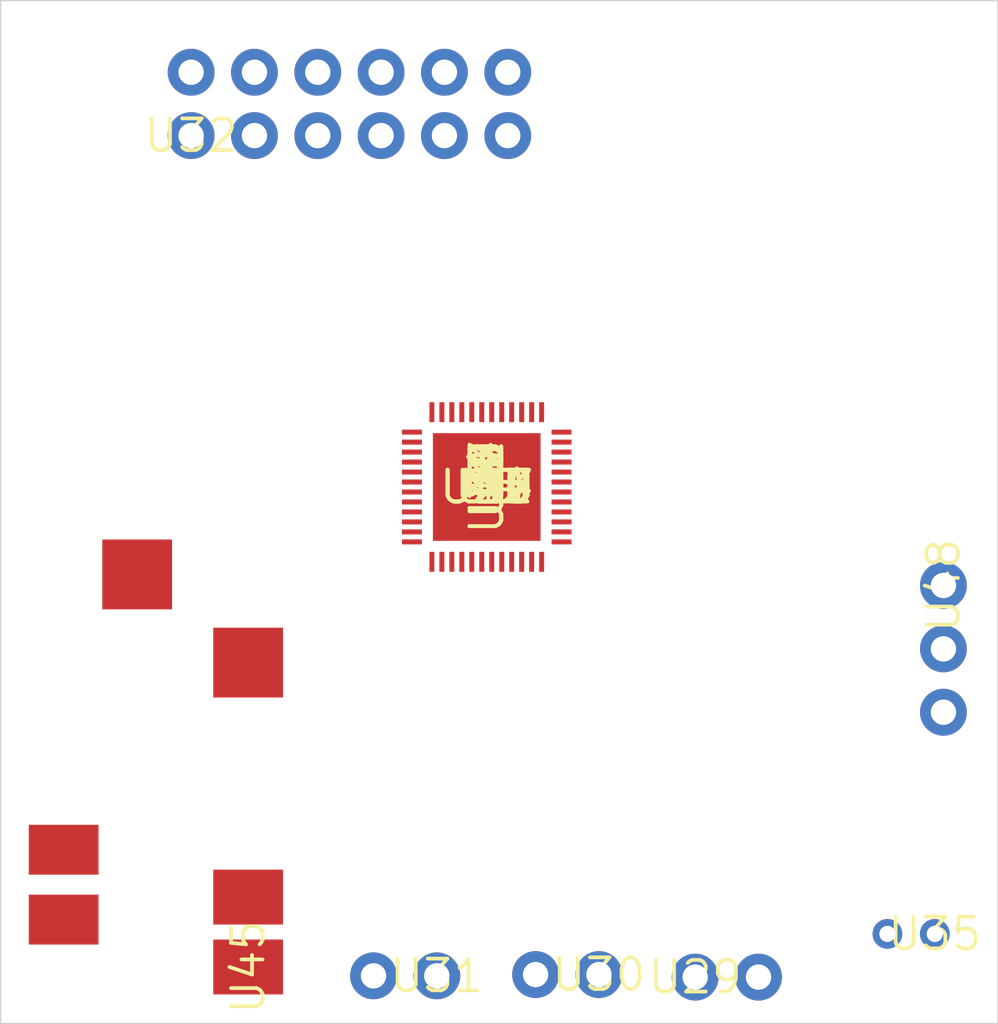
<source format=kicad_pcb>
 ( kicad_pcb  ( version 20171130 )
 ( host pcbnew "(5.1.4-0-10_14)" )
 ( general  ( thickness 1.6 )
 ( drawings 4 )
 ( tracks 0 )
 ( zones 0 )
 ( modules 48 )
 ( nets 55 )
)
 ( page A4 )
 ( layers  ( 0 Top signal )
 ( 31 Bottom signal )
 ( 32 B.Adhes user )
 ( 33 F.Adhes user )
 ( 34 B.Paste user )
 ( 35 F.Paste user )
 ( 36 B.SilkS user )
 ( 37 F.SilkS user )
 ( 38 B.Mask user )
 ( 39 F.Mask user )
 ( 40 Dwgs.User user )
 ( 41 Cmts.User user )
 ( 42 Eco1.User user )
 ( 43 Eco2.User user )
 ( 44 Edge.Cuts user )
 ( 45 Margin user )
 ( 46 B.CrtYd user )
 ( 47 F.CrtYd user )
 ( 48 B.Fab user )
 ( 49 F.Fab user )
)
 ( setup  ( last_trace_width 0.2 )
 ( trace_clearance 0.127 )
 ( zone_clearance 0.508 )
 ( zone_45_only no )
 ( trace_min 0.2 )
 ( via_size 0.554 )
 ( via_drill 0.3 )
 ( via_min_size 0.4 )
 ( via_min_drill 0.3 )
 ( uvia_size 0.3 )
 ( uvia_drill 0.1 )
 ( uvias_allowed yes )
 ( uvia_min_size 0.2 )
 ( uvia_min_drill 0.1 )
 ( edge_width 0.05 )
 ( segment_width 0.2 )
 ( pcb_text_width 0.3 )
 ( pcb_text_size 1.5 1.5 )
 ( mod_edge_width 0.12 )
 ( mod_text_size 1 1 )
 ( mod_text_width 0.15 )
 ( pad_size 1.524 1.524 )
 ( pad_drill 0.762 )
 ( pad_to_mask_clearance 0.051 )
 ( solder_mask_min_width 0.25 )
 ( aux_axis_origin 0 0 )
 ( visible_elements 7FFFFFFF )
 ( pcbplotparams  ( layerselection 0x010fc_ffffffff )
 ( usegerberextensions false )
 ( usegerberattributes false )
 ( usegerberadvancedattributes false )
 ( creategerberjobfile false )
 ( excludeedgelayer true )
 ( linewidth 0.100000 )
 ( plotframeref false )
 ( viasonmask false )
 ( mode 1 )
 ( useauxorigin false )
 ( hpglpennumber 1 )
 ( hpglpenspeed 20 )
 ( hpglpendiameter 15.000000 )
 ( psnegative false )
 ( psa4output false )
 ( plotreference true )
 ( plotvalue true )
 ( plotinvisibletext false )
 ( padsonsilk false )
 ( subtractmaskfromsilk false )
 ( outputformat 1 )
 ( mirror false )
 ( drillshape 1 )
 ( scaleselection 1 )
 ( outputdirectory "" )
)
)
 ( net 0 "" )
 ( net 1 GND )
 ( net 2 3.3V )
 ( net 3 5V )
 ( net 4 /SPKVDD )
 ( net 5 /SPOLN )
 ( net 6 "Net-(C20-Pad2)" )
 ( net 7 /SPORP )
 ( net 8 /SPORN )
 ( net 9 "Net-(IC1-Pad42)" )
 ( net 10 /XAUDIO_IRQ )
 ( net 11 /XAUDIO_SDA )
 ( net 12 /XADUIO_SCL )
 ( net 13 /XAUDIO_I2S0_MCLK )
 ( net 14 /XADUIO_I2S0_BCLK )
 ( net 15 /XADUIO_I2S0_LRCKL )
 ( net 16 /XAUDIO_I2S0_DIN )
 ( net 17 /XAUDIO_I2S0_DOUT )
 ( net 18 "Net-(IC1-Pad33)" )
 ( net 19 "Net-(IC1-Pad32)" )
 ( net 20 "Net-(IC1-Pad31)" )
 ( net 21 "Net-(IC1-Pad30)" )
 ( net 22 /3.3VDD )
 ( net 23 "Net-(C22-Pad2)" )
 ( net 24 "Net-(C14-Pad1)" )
 ( net 25 "Net-(C16-Pad2)" )
 ( net 26 "Net-(C16-Pad1)" )
 ( net 27 "Net-(C15-Pad1)" )
 ( net 28 "Net-(C15-Pad2)" )
 ( net 29 /1.8VDD )
 ( net 30 "Net-(C2-Pad1)" )
 ( net 31 /HPOR )
 ( net 32 /HPOL )
 ( net 33 /CPVREF )
 ( net 34 "Net-(C17-Pad2)" )
 ( net 35 /LOUTR )
 ( net 36 /LOUTL )
 ( net 37 "Net-(C24-Pad2)" )
 ( net 38 "Net-(C19-Pad2)" )
 ( net 39 "Net-(C18-Pad2)" )
 ( net 40 "Net-(C6-Pad2)" )
 ( net 41 /IN1P )
 ( net 42 "Net-(C21-Pad2)" )
 ( net 43 /MICBIAS1 )
 ( net 44 /SPOLP )
 ( net 45 /IN2P )
 ( net 46 "Net-(U1-Pad6)" )
 ( net 47 "Net-(R10-Pad2)" )
 ( net 48 "Net-(C8-Pad2)" )
 ( net 49 "Net-(C7-Pad2)" )
 ( net 50 "Net-(J4-Pad9)" )
 ( net 51 "Net-(C7-Pad1)" )
 ( net 52 "Net-(C8-Pad1)" )
 ( net 53 "Net-(IC2-Pad5)" )
 ( net 54 "Net-(IC2-Pad3)" )
 ( net_class Default "This is the default net class."  ( clearance 0.127 )
 ( trace_width 0.2 )
 ( via_dia 0.554 )
 ( via_drill 0.3 )
 ( uvia_dia 0.3 )
 ( uvia_drill 0.1 )
 ( add_net /1.8VDD )
 ( add_net /CPVREF )
 ( add_net /HPOL )
 ( add_net /HPOR )
 ( add_net /IN1P )
 ( add_net /IN2P )
 ( add_net /LOUTL )
 ( add_net /LOUTR )
 ( add_net /MICBIAS1 )
 ( add_net /SPKVDD )
 ( add_net /SPOLN )
 ( add_net /SPOLP )
 ( add_net /SPORN )
 ( add_net /SPORP )
 ( add_net /XADUIO_I2S0_BCLK )
 ( add_net /XADUIO_I2S0_LRCKL )
 ( add_net /XADUIO_SCL )
 ( add_net /XAUDIO_I2S0_DIN )
 ( add_net /XAUDIO_I2S0_DOUT )
 ( add_net /XAUDIO_I2S0_MCLK )
 ( add_net /XAUDIO_IRQ )
 ( add_net /XAUDIO_SDA )
 ( add_net GND )
 ( add_net "Net-(C14-Pad1)" )
 ( add_net "Net-(C15-Pad1)" )
 ( add_net "Net-(C15-Pad2)" )
 ( add_net "Net-(C16-Pad1)" )
 ( add_net "Net-(C16-Pad2)" )
 ( add_net "Net-(C17-Pad2)" )
 ( add_net "Net-(C18-Pad2)" )
 ( add_net "Net-(C19-Pad2)" )
 ( add_net "Net-(C2-Pad1)" )
 ( add_net "Net-(C20-Pad2)" )
 ( add_net "Net-(C21-Pad2)" )
 ( add_net "Net-(C22-Pad2)" )
 ( add_net "Net-(C24-Pad2)" )
 ( add_net "Net-(C6-Pad2)" )
 ( add_net "Net-(C7-Pad1)" )
 ( add_net "Net-(C7-Pad2)" )
 ( add_net "Net-(C8-Pad1)" )
 ( add_net "Net-(C8-Pad2)" )
 ( add_net "Net-(IC1-Pad30)" )
 ( add_net "Net-(IC1-Pad31)" )
 ( add_net "Net-(IC1-Pad32)" )
 ( add_net "Net-(IC1-Pad33)" )
 ( add_net "Net-(IC1-Pad42)" )
 ( add_net "Net-(IC2-Pad3)" )
 ( add_net "Net-(IC2-Pad5)" )
 ( add_net "Net-(J4-Pad9)" )
 ( add_net "Net-(R10-Pad2)" )
 ( add_net "Net-(U1-Pad6)" )
)
 ( net_class Power ""  ( clearance 0.127 )
 ( trace_width 0.4064 )
 ( via_dia 0.554 )
 ( via_drill 0.3 )
 ( uvia_dia 0.3 )
 ( uvia_drill 0.1 )
 ( add_net /3.3VDD )
 ( add_net 3.3V )
 ( add_net 5V )
)
 ( module audioCodec:1X03 locked  ( layer Top )
 ( tedit 5DCE0BB7 )
 ( tstamp 5DC8CA2A )
 ( at 166.317600 110.488400 270.000000 )
 ( descr "<h3>Plated Through Hole - 3 Pin</h3>\n<p>Specifications:\n<ul><li>Pin count:3</li>\n<li>Pin pitch:0.1\"</li>\n</ul></p>\n<p>Example device(s):\n<ul><li>CONN_03</li>\n</ul></p>" )
 ( path /DE6A6B17 )
 ( fp_text reference U48  ( at -2.54 0 270 )
 ( layer F.SilkS )
 ( effects  ( font  ( size 1.27 1.27 )
 ( thickness 0.15 )
)
)
)
 ( fp_text value ""  ( at -2.54 0 270 )
 ( layer F.SilkS )
 ( effects  ( font  ( size 1.27 1.27 )
 ( thickness 0.15 )
)
)
)
 ( fp_poly  ( pts  ( xy -3.94 -1.4 )
 ( xy 3.96 -1.4 )
 ( xy 3.96 1.4 )
 ( xy -3.94 1.4 )
)
 ( layer F.CrtYd )
 ( width 0.1 )
)
 ( fp_poly  ( pts  ( xy -3.94 -1.4 )
 ( xy 3.96 -1.4 )
 ( xy 3.96 1.4 )
 ( xy -3.94 1.4 )
)
 ( layer B.CrtYd )
 ( width 0.1 )
)
 ( pad 3 thru_hole circle  ( at 2.54 0 )
 ( size 1.8796 1.8796 )
 ( drill 1.016 )
 ( layers *.Cu *.Mask )
 ( net 45 /IN2P )
 ( solder_mask_margin 0.0635 )
)
 ( pad 2 thru_hole circle  ( at 0 0 )
 ( size 1.8796 1.8796 )
 ( drill 1.016 )
 ( layers *.Cu *.Mask )
 ( net 1 GND )
 ( solder_mask_margin 0.0635 )
)
 ( pad 1 thru_hole circle  ( at -2.54 0 )
 ( size 1.8796 1.8796 )
 ( drill 1.016 )
 ( layers *.Cu *.Mask )
 ( net 22 /3.3VDD )
 ( solder_mask_margin 0.0635 )
)
)
 ( module audioCodec:SJ-43514-SMT-TR locked  ( layer Top )
 ( tedit 5DCE1AC1 )
 ( tstamp 5DC8C9F1 )
 ( at 134.618400 115.619200 90.000000 )
 ( descr "<b>SJ-43514-SMT-TR</b><br>\n" )
 ( path /94FABF20 )
 ( fp_text reference U45  ( at -7.62 3.81 90 )
 ( layer F.SilkS )
 ( effects  ( font  ( size 1.27 1.27 )
 ( thickness 0.15 )
)
)
)
 ( fp_text value ""  ( at -7.62 3.81 90 )
 ( layer F.SilkS )
 ( effects  ( font  ( size 1.27 1.27 )
 ( thickness 0.15 )
)
)
)
 ( fp_poly  ( pts  ( xy -9.82 -4.19 )
 ( xy 7.38 -4.19 )
 ( xy 7.38 3.91 )
 ( xy -9.82 3.91 )
)
 ( layer F.CrtYd )
 ( width 0.1 )
)
 ( pad "" np_thru_hole circle  ( at -3.72 0.11 90 )
 ( size 1.7 1.7 )
 ( drill 1.7 )
 ( layers *.Cu *.Mask )
)
 ( pad "" np_thru_hole circle  ( at 3.28 0.11 90 )
 ( size 1.7 1.7 )
 ( drill 1.7 )
 ( layers *.Cu *.Mask )
)
 ( pad 6 smd rect  ( at -5.72 -3.59 180.000000 )
 ( size 2.8 2 )
 ( layers Top F.Mask F.Paste )
 ( net 46 "Net-(U1-Pad6)" )
 ( solder_mask_margin 0.0635 )
)
 ( pad 5 smd rect  ( at 8.115 -0.64 90.000000 )
 ( size 2.8 2.8 )
 ( layers Top F.Mask F.Paste )
 ( net 47 "Net-(R10-Pad2)" )
 ( solder_mask_margin 0.0635 )
)
 ( pad 4 smd rect  ( at -4.82 3.81 180.000000 )
 ( size 2.8 2.2 )
 ( layers Top F.Mask F.Paste )
 ( net 1 GND )
 ( solder_mask_margin 0.0635 )
)
 ( pad 3 smd rect  ( at -2.92 -3.59 180.000000 )
 ( size 2.8 2 )
 ( layers Top F.Mask F.Paste )
 ( net 31 /HPOR )
 ( solder_mask_margin 0.0635 )
)
 ( pad 2 smd rect  ( at 4.58 3.81 90.000000 )
 ( size 2.8 2.8 )
 ( layers Top F.Mask F.Paste )
 ( net 32 /HPOL )
 ( solder_mask_margin 0.0635 )
)
 ( pad 1 smd rect  ( at -7.62 3.81 180.000000 )
 ( size 2.8 2.2 )
 ( layers Top F.Mask F.Paste )
 ( net 41 /IN1P )
 ( solder_mask_margin 0.0635 )
)
)
 ( module audioCodec:1X02 locked  ( layer Top )
 ( tedit 5DCE1F6D )
 ( tstamp 5DC8C8DF )
 ( at 144.727600 123.594800 180.000000 )
 ( descr "<h3>Plated Through Hole</h3>\n<p>Specifications:\n<ul><li>Pin count:2</li>\n<li>Pin pitch:0.1\"</li>\n</ul></p>\n<p>Example device(s):\n<ul><li>CONN_02</li>\n</ul></p>" )
 ( path /B665FDA9 )
 ( fp_text reference U31  ( at -1.27 0 180 )
 ( layer F.SilkS )
 ( effects  ( font  ( size 1.27 1.27 )
 ( thickness 0.15 )
)
)
)
 ( fp_text value ""  ( at -1.27 0 180 )
 ( layer F.SilkS )
 ( effects  ( font  ( size 1.27 1.27 )
 ( thickness 0.15 )
)
)
)
 ( fp_poly  ( pts  ( xy -2.77 -1.2 )
 ( xy 2.63 -1.2 )
 ( xy 2.63 1.3 )
 ( xy -2.77 1.3 )
)
 ( layer B.CrtYd )
 ( width 0.1 )
)
 ( fp_poly  ( pts  ( xy -2.77 -1.2 )
 ( xy 2.63 -1.2 )
 ( xy 2.63 1.3 )
 ( xy -2.77 1.3 )
)
 ( layer F.CrtYd )
 ( width 0.1 )
)
 ( pad 2 thru_hole circle  ( at 1.27 0 270.000000 )
 ( size 1.8796 1.8796 )
 ( drill 1.016 )
 ( layers *.Cu *.Mask )
 ( net 8 /SPORN )
 ( solder_mask_margin 0.0635 )
)
 ( pad 1 thru_hole circle  ( at -1.27 0 270.000000 )
 ( size 1.8796 1.8796 )
 ( drill 1.016 )
 ( layers *.Cu *.Mask )
 ( net 7 /SPORP )
 ( solder_mask_margin 0.0635 )
)
)
 ( module audioCodec:1X02 locked  ( layer Top )
 ( tedit 5DCE1F6D )
 ( tstamp 5DC8C8CA )
 ( at 151.230000 123.544000 180.000000 )
 ( descr "<h3>Plated Through Hole</h3>\n<p>Specifications:\n<ul><li>Pin count:2</li>\n<li>Pin pitch:0.1\"</li>\n</ul></p>\n<p>Example device(s):\n<ul><li>CONN_02</li>\n</ul></p>" )
 ( path /C3E76336 )
 ( fp_text reference U30  ( at -1.27 0 180 )
 ( layer F.SilkS )
 ( effects  ( font  ( size 1.27 1.27 )
 ( thickness 0.15 )
)
)
)
 ( fp_text value ""  ( at -1.27 0 180 )
 ( layer F.SilkS )
 ( effects  ( font  ( size 1.27 1.27 )
 ( thickness 0.15 )
)
)
)
 ( fp_poly  ( pts  ( xy -2.77 -1.2 )
 ( xy 2.63 -1.2 )
 ( xy 2.63 1.3 )
 ( xy -2.77 1.3 )
)
 ( layer B.CrtYd )
 ( width 0.1 )
)
 ( fp_poly  ( pts  ( xy -2.77 -1.2 )
 ( xy 2.63 -1.2 )
 ( xy 2.63 1.3 )
 ( xy -2.77 1.3 )
)
 ( layer F.CrtYd )
 ( width 0.1 )
)
 ( pad 2 thru_hole circle  ( at 1.27 0 270.000000 )
 ( size 1.8796 1.8796 )
 ( drill 1.016 )
 ( layers *.Cu *.Mask )
 ( net 5 /SPOLN )
 ( solder_mask_margin 0.0635 )
)
 ( pad 1 thru_hole circle  ( at -1.27 0 270.000000 )
 ( size 1.8796 1.8796 )
 ( drill 1.016 )
 ( layers *.Cu *.Mask )
 ( net 44 /SPOLP )
 ( solder_mask_margin 0.0635 )
)
)
 ( module audioCodec:1X02 locked  ( layer Top )
 ( tedit 5DCE1F6D )
 ( tstamp 5DC8C8B5 )
 ( at 157.630800 123.645600 )
 ( descr "<h3>Plated Through Hole</h3>\n<p>Specifications:\n<ul><li>Pin count:2</li>\n<li>Pin pitch:0.1\"</li>\n</ul></p>\n<p>Example device(s):\n<ul><li>CONN_02</li>\n</ul></p>" )
 ( path /449C7C68 )
 ( fp_text reference U29  ( at -1.27 0 )
 ( layer F.SilkS )
 ( effects  ( font  ( size 1.27 1.27 )
 ( thickness 0.15 )
)
)
)
 ( fp_text value ""  ( at -1.27 0 )
 ( layer F.SilkS )
 ( effects  ( font  ( size 1.27 1.27 )
 ( thickness 0.15 )
)
)
)
 ( fp_poly  ( pts  ( xy -2.77 -1.2 )
 ( xy 2.63 -1.2 )
 ( xy 2.63 1.3 )
 ( xy -2.77 1.3 )
)
 ( layer B.CrtYd )
 ( width 0.1 )
)
 ( fp_poly  ( pts  ( xy -2.77 -1.2 )
 ( xy 2.63 -1.2 )
 ( xy 2.63 1.3 )
 ( xy -2.77 1.3 )
)
 ( layer F.CrtYd )
 ( width 0.1 )
)
 ( pad 2 thru_hole circle  ( at 1.27 0 90.000000 )
 ( size 1.8796 1.8796 )
 ( drill 1.016 )
 ( layers *.Cu *.Mask )
 ( net 48 "Net-(C8-Pad2)" )
 ( solder_mask_margin 0.0635 )
)
 ( pad 1 thru_hole circle  ( at -1.27 0 90.000000 )
 ( size 1.8796 1.8796 )
 ( drill 1.016 )
 ( layers *.Cu *.Mask )
 ( net 49 "Net-(C7-Pad2)" )
 ( solder_mask_margin 0.0635 )
)
)
 ( module audioCodec:2X6 locked  ( layer Top )
 ( tedit 5DCE0C42 )
 ( tstamp 5DC8C8F4 )
 ( at 142.492400 88.644400 )
 ( descr "<h3>Plated Through Hole - 2x6</h3>\n<p>Specifications:\n<ul><li>Pin count:12</li>\n<li>Pin pitch:0.1\"</li>\n</ul></p>\n<p>Example device(s):\n<ul><li>CONN_06x2</li>\n</ul></p>" )
 ( path /CFA44F03 )
 ( fp_text reference U32  ( at -6.35 1.27 )
 ( layer F.SilkS )
 ( effects  ( font  ( size 1.27 1.27 )
 ( thickness 0.15 )
)
)
)
 ( fp_text value ""  ( at -6.35 1.27 )
 ( layer F.SilkS )
 ( effects  ( font  ( size 1.27 1.27 )
 ( thickness 0.15 )
)
)
)
 ( fp_poly  ( pts  ( xy -7.85 -2.73 )
 ( xy 7.75 -2.73 )
 ( xy 7.75 2.67 )
 ( xy -7.85 2.67 )
)
 ( layer B.CrtYd )
 ( width 0.1 )
)
 ( fp_poly  ( pts  ( xy -7.85 -2.73 )
 ( xy 7.75 -2.73 )
 ( xy 7.75 2.67 )
 ( xy -7.85 2.67 )
)
 ( layer F.CrtYd )
 ( width 0.1 )
)
 ( pad 12 thru_hole circle  ( at 6.35 -1.27 )
 ( size 1.8796 1.8796 )
 ( drill 1.016 )
 ( layers *.Cu *.Mask )
 ( net 3 5V )
 ( solder_mask_margin 0.0635 )
)
 ( pad 11 thru_hole circle  ( at 6.35 1.27 )
 ( size 1.8796 1.8796 )
 ( drill 1.016 )
 ( layers *.Cu *.Mask )
 ( net 1 GND )
 ( solder_mask_margin 0.0635 )
)
 ( pad 10 thru_hole circle  ( at 3.81 -1.27 )
 ( size 1.8796 1.8796 )
 ( drill 1.016 )
 ( layers *.Cu *.Mask )
 ( net 10 /XAUDIO_IRQ )
 ( solder_mask_margin 0.0635 )
)
 ( pad 9 thru_hole circle  ( at 3.81 1.27 )
 ( size 1.8796 1.8796 )
 ( drill 1.016 )
 ( layers *.Cu *.Mask )
 ( net 50 "Net-(J4-Pad9)" )
 ( solder_mask_margin 0.0635 )
)
 ( pad 8 thru_hole circle  ( at 1.27 -1.27 )
 ( size 1.8796 1.8796 )
 ( drill 1.016 )
 ( layers *.Cu *.Mask )
 ( net 11 /XAUDIO_SDA )
 ( solder_mask_margin 0.0635 )
)
 ( pad 7 thru_hole circle  ( at 1.27 1.27 )
 ( size 1.8796 1.8796 )
 ( drill 1.016 )
 ( layers *.Cu *.Mask )
 ( net 12 /XADUIO_SCL )
 ( solder_mask_margin 0.0635 )
)
 ( pad 6 thru_hole circle  ( at -1.27 -1.27 )
 ( size 1.8796 1.8796 )
 ( drill 1.016 )
 ( layers *.Cu *.Mask )
 ( net 13 /XAUDIO_I2S0_MCLK )
 ( solder_mask_margin 0.0635 )
)
 ( pad 5 thru_hole circle  ( at -1.27 1.27 )
 ( size 1.8796 1.8796 )
 ( drill 1.016 )
 ( layers *.Cu *.Mask )
 ( net 14 /XADUIO_I2S0_BCLK )
 ( solder_mask_margin 0.0635 )
)
 ( pad 4 thru_hole circle  ( at -3.81 -1.27 )
 ( size 1.8796 1.8796 )
 ( drill 1.016 )
 ( layers *.Cu *.Mask )
 ( net 16 /XAUDIO_I2S0_DIN )
 ( solder_mask_margin 0.0635 )
)
 ( pad 3 thru_hole circle  ( at -3.81 1.27 )
 ( size 1.8796 1.8796 )
 ( drill 1.016 )
 ( layers *.Cu *.Mask )
 ( net 17 /XAUDIO_I2S0_DOUT )
 ( solder_mask_margin 0.0635 )
)
 ( pad 2 thru_hole circle  ( at -6.35 -1.27 )
 ( size 1.8796 1.8796 )
 ( drill 1.016 )
 ( layers *.Cu *.Mask )
 ( net 2 3.3V )
 ( solder_mask_margin 0.0635 )
)
 ( pad 1 thru_hole circle  ( at -6.35 1.27 )
 ( size 1.8796 1.8796 )
 ( drill 1.016 )
 ( layers *.Cu *.Mask )
 ( net 15 /XADUIO_I2S0_LRCKL )
 ( solder_mask_margin 0.0635 )
)
)
 ( module audioCodec:0603  ( layer Top )
 ( tedit 5DCE0E90 )
 ( tstamp 5DC8C6E8 )
 ( at 148.000000 104.000000 270.000000 )
 ( descr "<p><b>Generic 1608 (0603) package</b></p>\n<p>0.2mm courtyard excess rounded to nearest 0.05mm.</p>" )
 ( path /5D5D4D2F )
 ( fp_text reference U1  ( at 0 0 270 )
 ( layer F.SilkS )
 ( effects  ( font  ( size 1.27 1.27 )
 ( thickness 0.15 )
)
)
)
 ( fp_text value ""  ( at 0 0 270 )
 ( layer F.SilkS )
 ( effects  ( font  ( size 1.27 1.27 )
 ( thickness 0.15 )
)
)
)
 ( fp_poly  ( pts  ( xy -1.6 -0.7 )
 ( xy 1.6 -0.7 )
 ( xy 1.6 0.7 )
 ( xy -1.6 0.7 )
)
 ( layer F.CrtYd )
 ( width 0.1 )
)
 ( pad 2 smd rect  ( at 0.85 0 270.000000 )
 ( size 1.1 1 )
 ( layers Top F.Mask F.Paste )
 ( net 3 5V )
 ( solder_mask_margin 0.0635 )
)
 ( pad 1 smd rect  ( at -0.85 0 270.000000 )
 ( size 1.1 1 )
 ( layers Top F.Mask F.Paste )
 ( net 1 GND )
 ( solder_mask_margin 0.0635 )
)
)
 ( module audioCodec:0603  ( layer Top )
 ( tedit 5DCE0E90 )
 ( tstamp 5DC8C6F6 )
 ( at 148.000000 104.000000 90.000000 )
 ( descr "<p><b>Generic 1608 (0603) package</b></p>\n<p>0.2mm courtyard excess rounded to nearest 0.05mm.</p>" )
 ( path /D15AE8CB )
 ( fp_text reference U2  ( at 0 0 90 )
 ( layer F.SilkS )
 ( effects  ( font  ( size 1.27 1.27 )
 ( thickness 0.15 )
)
)
)
 ( fp_text value ""  ( at 0 0 90 )
 ( layer F.SilkS )
 ( effects  ( font  ( size 1.27 1.27 )
 ( thickness 0.15 )
)
)
)
 ( fp_poly  ( pts  ( xy -1.6 -0.7 )
 ( xy 1.6 -0.7 )
 ( xy 1.6 0.7 )
 ( xy -1.6 0.7 )
)
 ( layer F.CrtYd )
 ( width 0.1 )
)
 ( pad 2 smd rect  ( at 0.85 0 90.000000 )
 ( size 1.1 1 )
 ( layers Top F.Mask F.Paste )
 ( net 1 GND )
 ( solder_mask_margin 0.0635 )
)
 ( pad 1 smd rect  ( at -0.85 0 90.000000 )
 ( size 1.1 1 )
 ( layers Top F.Mask F.Paste )
 ( net 44 /SPOLP )
 ( solder_mask_margin 0.0635 )
)
)
 ( module audioCodec:0603  ( layer Top )
 ( tedit 5DCE0E90 )
 ( tstamp 5DC8C704 )
 ( at 148.000000 104.000000 90.000000 )
 ( descr "<p><b>Generic 1608 (0603) package</b></p>\n<p>0.2mm courtyard excess rounded to nearest 0.05mm.</p>" )
 ( path /EB363DE9 )
 ( fp_text reference U3  ( at 0 0 90 )
 ( layer F.SilkS )
 ( effects  ( font  ( size 1.27 1.27 )
 ( thickness 0.15 )
)
)
)
 ( fp_text value ""  ( at 0 0 90 )
 ( layer F.SilkS )
 ( effects  ( font  ( size 1.27 1.27 )
 ( thickness 0.15 )
)
)
)
 ( fp_poly  ( pts  ( xy -1.6 -0.7 )
 ( xy 1.6 -0.7 )
 ( xy 1.6 0.7 )
 ( xy -1.6 0.7 )
)
 ( layer F.CrtYd )
 ( width 0.1 )
)
 ( pad 2 smd rect  ( at 0.85 0 90.000000 )
 ( size 1.1 1 )
 ( layers Top F.Mask F.Paste )
 ( net 1 GND )
 ( solder_mask_margin 0.0635 )
)
 ( pad 1 smd rect  ( at -0.85 0 90.000000 )
 ( size 1.1 1 )
 ( layers Top F.Mask F.Paste )
 ( net 8 /SPORN )
 ( solder_mask_margin 0.0635 )
)
)
 ( module audioCodec:0603  ( layer Top )
 ( tedit 5DCE0E90 )
 ( tstamp 5DC8C712 )
 ( at 148.000000 104.000000 90.000000 )
 ( descr "<p><b>Generic 1608 (0603) package</b></p>\n<p>0.2mm courtyard excess rounded to nearest 0.05mm.</p>" )
 ( path /FEEF966F )
 ( fp_text reference U4  ( at 0 0 90 )
 ( layer F.SilkS )
 ( effects  ( font  ( size 1.27 1.27 )
 ( thickness 0.15 )
)
)
)
 ( fp_text value ""  ( at 0 0 90 )
 ( layer F.SilkS )
 ( effects  ( font  ( size 1.27 1.27 )
 ( thickness 0.15 )
)
)
)
 ( fp_poly  ( pts  ( xy -1.6 -0.7 )
 ( xy 1.6 -0.7 )
 ( xy 1.6 0.7 )
 ( xy -1.6 0.7 )
)
 ( layer F.CrtYd )
 ( width 0.1 )
)
 ( pad 2 smd rect  ( at 0.85 0 90.000000 )
 ( size 1.1 1 )
 ( layers Top F.Mask F.Paste )
 ( net 1 GND )
 ( solder_mask_margin 0.0635 )
)
 ( pad 1 smd rect  ( at -0.85 0 90.000000 )
 ( size 1.1 1 )
 ( layers Top F.Mask F.Paste )
 ( net 7 /SPORP )
 ( solder_mask_margin 0.0635 )
)
)
 ( module audioCodec:0603  ( layer Top )
 ( tedit 5DCE0E90 )
 ( tstamp 5DC8C720 )
 ( at 148.000000 104.000000 180.000000 )
 ( descr "<p><b>Generic 1608 (0603) package</b></p>\n<p>0.2mm courtyard excess rounded to nearest 0.05mm.</p>" )
 ( path /DDD5A22D )
 ( fp_text reference U5  ( at 0 0 180 )
 ( layer F.SilkS )
 ( effects  ( font  ( size 1.27 1.27 )
 ( thickness 0.15 )
)
)
)
 ( fp_text value ""  ( at 0 0 180 )
 ( layer F.SilkS )
 ( effects  ( font  ( size 1.27 1.27 )
 ( thickness 0.15 )
)
)
)
 ( fp_poly  ( pts  ( xy -1.6 -0.7 )
 ( xy 1.6 -0.7 )
 ( xy 1.6 0.7 )
 ( xy -1.6 0.7 )
)
 ( layer F.CrtYd )
 ( width 0.1 )
)
 ( pad 2 smd rect  ( at 0.85 0 180.000000 )
 ( size 1.1 1 )
 ( layers Top F.Mask F.Paste )
 ( net 1 GND )
 ( solder_mask_margin 0.0635 )
)
 ( pad 1 smd rect  ( at -0.85 0 180.000000 )
 ( size 1.1 1 )
 ( layers Top F.Mask F.Paste )
 ( net 24 "Net-(C14-Pad1)" )
 ( solder_mask_margin 0.0635 )
)
)
 ( module audioCodec:0603  ( layer Top )
 ( tedit 5DCE0E90 )
 ( tstamp 5DC8C72E )
 ( at 148.000000 104.000000 )
 ( descr "<p><b>Generic 1608 (0603) package</b></p>\n<p>0.2mm courtyard excess rounded to nearest 0.05mm.</p>" )
 ( path /0E2BA473 )
 ( fp_text reference U6  ( at 0 0 )
 ( layer F.SilkS )
 ( effects  ( font  ( size 1.27 1.27 )
 ( thickness 0.15 )
)
)
)
 ( fp_text value ""  ( at 0 0 )
 ( layer F.SilkS )
 ( effects  ( font  ( size 1.27 1.27 )
 ( thickness 0.15 )
)
)
)
 ( fp_poly  ( pts  ( xy -1.6 -0.7 )
 ( xy 1.6 -0.7 )
 ( xy 1.6 0.7 )
 ( xy -1.6 0.7 )
)
 ( layer F.CrtYd )
 ( width 0.1 )
)
 ( pad 2 smd rect  ( at 0.85 0 )
 ( size 1.1 1 )
 ( layers Top F.Mask F.Paste )
 ( net 28 "Net-(C15-Pad2)" )
 ( solder_mask_margin 0.0635 )
)
 ( pad 1 smd rect  ( at -0.85 0 )
 ( size 1.1 1 )
 ( layers Top F.Mask F.Paste )
 ( net 27 "Net-(C15-Pad1)" )
 ( solder_mask_margin 0.0635 )
)
)
 ( module audioCodec:0603  ( layer Top )
 ( tedit 5DCE0E90 )
 ( tstamp 5DC8C73C )
 ( at 148.000000 104.000000 270.000000 )
 ( descr "<p><b>Generic 1608 (0603) package</b></p>\n<p>0.2mm courtyard excess rounded to nearest 0.05mm.</p>" )
 ( path /95990F93 )
 ( fp_text reference U7  ( at 0 0 270 )
 ( layer F.SilkS )
 ( effects  ( font  ( size 1.27 1.27 )
 ( thickness 0.15 )
)
)
)
 ( fp_text value ""  ( at 0 0 270 )
 ( layer F.SilkS )
 ( effects  ( font  ( size 1.27 1.27 )
 ( thickness 0.15 )
)
)
)
 ( fp_poly  ( pts  ( xy -1.6 -0.7 )
 ( xy 1.6 -0.7 )
 ( xy 1.6 0.7 )
 ( xy -1.6 0.7 )
)
 ( layer F.CrtYd )
 ( width 0.1 )
)
 ( pad 2 smd rect  ( at 0.85 0 270.000000 )
 ( size 1.1 1 )
 ( layers Top F.Mask F.Paste )
 ( net 25 "Net-(C16-Pad2)" )
 ( solder_mask_margin 0.0635 )
)
 ( pad 1 smd rect  ( at -0.85 0 270.000000 )
 ( size 1.1 1 )
 ( layers Top F.Mask F.Paste )
 ( net 26 "Net-(C16-Pad1)" )
 ( solder_mask_margin 0.0635 )
)
)
 ( module audioCodec:0603  ( layer Top )
 ( tedit 5DCE0E90 )
 ( tstamp 5DC8C74A )
 ( at 148.000000 104.000000 270.000000 )
 ( descr "<p><b>Generic 1608 (0603) package</b></p>\n<p>0.2mm courtyard excess rounded to nearest 0.05mm.</p>" )
 ( path /B7EEE3FC )
 ( fp_text reference U8  ( at 0 0 270 )
 ( layer F.SilkS )
 ( effects  ( font  ( size 1.27 1.27 )
 ( thickness 0.15 )
)
)
)
 ( fp_text value ""  ( at 0 0 270 )
 ( layer F.SilkS )
 ( effects  ( font  ( size 1.27 1.27 )
 ( thickness 0.15 )
)
)
)
 ( fp_poly  ( pts  ( xy -1.6 -0.7 )
 ( xy 1.6 -0.7 )
 ( xy 1.6 0.7 )
 ( xy -1.6 0.7 )
)
 ( layer F.CrtYd )
 ( width 0.1 )
)
 ( pad 2 smd rect  ( at 0.85 0 270.000000 )
 ( size 1.1 1 )
 ( layers Top F.Mask F.Paste )
 ( net 34 "Net-(C17-Pad2)" )
 ( solder_mask_margin 0.0635 )
)
 ( pad 1 smd rect  ( at -0.85 0 270.000000 )
 ( size 1.1 1 )
 ( layers Top F.Mask F.Paste )
 ( net 1 GND )
 ( solder_mask_margin 0.0635 )
)
)
 ( module audioCodec:0603  ( layer Top )
 ( tedit 5DCE0E90 )
 ( tstamp 5DC8C758 )
 ( at 148.000000 104.000000 180.000000 )
 ( descr "<p><b>Generic 1608 (0603) package</b></p>\n<p>0.2mm courtyard excess rounded to nearest 0.05mm.</p>" )
 ( path /6C5089DC )
 ( fp_text reference U9  ( at 0 0 180 )
 ( layer F.SilkS )
 ( effects  ( font  ( size 1.27 1.27 )
 ( thickness 0.15 )
)
)
)
 ( fp_text value ""  ( at 0 0 180 )
 ( layer F.SilkS )
 ( effects  ( font  ( size 1.27 1.27 )
 ( thickness 0.15 )
)
)
)
 ( fp_poly  ( pts  ( xy -1.6 -0.7 )
 ( xy 1.6 -0.7 )
 ( xy 1.6 0.7 )
 ( xy -1.6 0.7 )
)
 ( layer F.CrtYd )
 ( width 0.1 )
)
 ( pad 2 smd rect  ( at 0.85 0 180.000000 )
 ( size 1.1 1 )
 ( layers Top F.Mask F.Paste )
 ( net 39 "Net-(C18-Pad2)" )
 ( solder_mask_margin 0.0635 )
)
 ( pad 1 smd rect  ( at -0.85 0 180.000000 )
 ( size 1.1 1 )
 ( layers Top F.Mask F.Paste )
 ( net 1 GND )
 ( solder_mask_margin 0.0635 )
)
)
 ( module audioCodec:0603  ( layer Top )
 ( tedit 5DCE0E90 )
 ( tstamp 5DC8C766 )
 ( at 148.000000 104.000000 180.000000 )
 ( descr "<p><b>Generic 1608 (0603) package</b></p>\n<p>0.2mm courtyard excess rounded to nearest 0.05mm.</p>" )
 ( path /C70CFC49 )
 ( fp_text reference U10  ( at 0 0 180 )
 ( layer F.SilkS )
 ( effects  ( font  ( size 1.27 1.27 )
 ( thickness 0.15 )
)
)
)
 ( fp_text value ""  ( at 0 0 180 )
 ( layer F.SilkS )
 ( effects  ( font  ( size 1.27 1.27 )
 ( thickness 0.15 )
)
)
)
 ( fp_poly  ( pts  ( xy -1.6 -0.7 )
 ( xy 1.6 -0.7 )
 ( xy 1.6 0.7 )
 ( xy -1.6 0.7 )
)
 ( layer F.CrtYd )
 ( width 0.1 )
)
 ( pad 2 smd rect  ( at 0.85 0 180.000000 )
 ( size 1.1 1 )
 ( layers Top F.Mask F.Paste )
 ( net 38 "Net-(C19-Pad2)" )
 ( solder_mask_margin 0.0635 )
)
 ( pad 1 smd rect  ( at -0.85 0 180.000000 )
 ( size 1.1 1 )
 ( layers Top F.Mask F.Paste )
 ( net 1 GND )
 ( solder_mask_margin 0.0635 )
)
)
 ( module audioCodec:0603  ( layer Top )
 ( tedit 5DCE0E90 )
 ( tstamp 5DC8C774 )
 ( at 148.000000 104.000000 90.000000 )
 ( descr "<p><b>Generic 1608 (0603) package</b></p>\n<p>0.2mm courtyard excess rounded to nearest 0.05mm.</p>" )
 ( path /00AD4B43 )
 ( fp_text reference U11  ( at 0 0 90 )
 ( layer F.SilkS )
 ( effects  ( font  ( size 1.27 1.27 )
 ( thickness 0.15 )
)
)
)
 ( fp_text value ""  ( at 0 0 90 )
 ( layer F.SilkS )
 ( effects  ( font  ( size 1.27 1.27 )
 ( thickness 0.15 )
)
)
)
 ( fp_poly  ( pts  ( xy -1.6 -0.7 )
 ( xy 1.6 -0.7 )
 ( xy 1.6 0.7 )
 ( xy -1.6 0.7 )
)
 ( layer F.CrtYd )
 ( width 0.1 )
)
 ( pad 2 smd rect  ( at 0.85 0 90.000000 )
 ( size 1.1 1 )
 ( layers Top F.Mask F.Paste )
 ( net 1 GND )
 ( solder_mask_margin 0.0635 )
)
 ( pad 1 smd rect  ( at -0.85 0 90.000000 )
 ( size 1.1 1 )
 ( layers Top F.Mask F.Paste )
 ( net 30 "Net-(C2-Pad1)" )
 ( solder_mask_margin 0.0635 )
)
)
 ( module audioCodec:0603  ( layer Top )
 ( tedit 5DCE0E90 )
 ( tstamp 5DC8C782 )
 ( at 148.000000 104.000000 90.000000 )
 ( descr "<p><b>Generic 1608 (0603) package</b></p>\n<p>0.2mm courtyard excess rounded to nearest 0.05mm.</p>" )
 ( path /101F579F )
 ( fp_text reference U12  ( at 0 0 90 )
 ( layer F.SilkS )
 ( effects  ( font  ( size 1.27 1.27 )
 ( thickness 0.15 )
)
)
)
 ( fp_text value ""  ( at 0 0 90 )
 ( layer F.SilkS )
 ( effects  ( font  ( size 1.27 1.27 )
 ( thickness 0.15 )
)
)
)
 ( fp_poly  ( pts  ( xy -1.6 -0.7 )
 ( xy 1.6 -0.7 )
 ( xy 1.6 0.7 )
 ( xy -1.6 0.7 )
)
 ( layer F.CrtYd )
 ( width 0.1 )
)
 ( pad 2 smd rect  ( at 0.85 0 90.000000 )
 ( size 1.1 1 )
 ( layers Top F.Mask F.Paste )
 ( net 6 "Net-(C20-Pad2)" )
 ( solder_mask_margin 0.0635 )
)
 ( pad 1 smd rect  ( at -0.85 0 90.000000 )
 ( size 1.1 1 )
 ( layers Top F.Mask F.Paste )
 ( net 1 GND )
 ( solder_mask_margin 0.0635 )
)
)
 ( module audioCodec:0603  ( layer Top )
 ( tedit 5DCE0E90 )
 ( tstamp 5DC8C790 )
 ( at 148.000000 104.000000 180.000000 )
 ( descr "<p><b>Generic 1608 (0603) package</b></p>\n<p>0.2mm courtyard excess rounded to nearest 0.05mm.</p>" )
 ( path /E0E06E0F )
 ( fp_text reference U13  ( at 0 0 180 )
 ( layer F.SilkS )
 ( effects  ( font  ( size 1.27 1.27 )
 ( thickness 0.15 )
)
)
)
 ( fp_text value ""  ( at 0 0 180 )
 ( layer F.SilkS )
 ( effects  ( font  ( size 1.27 1.27 )
 ( thickness 0.15 )
)
)
)
 ( fp_poly  ( pts  ( xy -1.6 -0.7 )
 ( xy 1.6 -0.7 )
 ( xy 1.6 0.7 )
 ( xy -1.6 0.7 )
)
 ( layer F.CrtYd )
 ( width 0.1 )
)
 ( pad 2 smd rect  ( at 0.85 0 180.000000 )
 ( size 1.1 1 )
 ( layers Top F.Mask F.Paste )
 ( net 42 "Net-(C21-Pad2)" )
 ( solder_mask_margin 0.0635 )
)
 ( pad 1 smd rect  ( at -0.85 0 180.000000 )
 ( size 1.1 1 )
 ( layers Top F.Mask F.Paste )
 ( net 1 GND )
 ( solder_mask_margin 0.0635 )
)
)
 ( module audioCodec:0603  ( layer Top )
 ( tedit 5DCE0E90 )
 ( tstamp 5DC8C79E )
 ( at 148.000000 104.000000 )
 ( descr "<p><b>Generic 1608 (0603) package</b></p>\n<p>0.2mm courtyard excess rounded to nearest 0.05mm.</p>" )
 ( path /CDD814CC )
 ( fp_text reference U14  ( at 0 0 )
 ( layer F.SilkS )
 ( effects  ( font  ( size 1.27 1.27 )
 ( thickness 0.15 )
)
)
)
 ( fp_text value ""  ( at 0 0 )
 ( layer F.SilkS )
 ( effects  ( font  ( size 1.27 1.27 )
 ( thickness 0.15 )
)
)
)
 ( fp_poly  ( pts  ( xy -1.6 -0.7 )
 ( xy 1.6 -0.7 )
 ( xy 1.6 0.7 )
 ( xy -1.6 0.7 )
)
 ( layer F.CrtYd )
 ( width 0.1 )
)
 ( pad 2 smd rect  ( at 0.85 0 )
 ( size 1.1 1 )
 ( layers Top F.Mask F.Paste )
 ( net 23 "Net-(C22-Pad2)" )
 ( solder_mask_margin 0.0635 )
)
 ( pad 1 smd rect  ( at -0.85 0 )
 ( size 1.1 1 )
 ( layers Top F.Mask F.Paste )
 ( net 1 GND )
 ( solder_mask_margin 0.0635 )
)
)
 ( module audioCodec:0603  ( layer Top )
 ( tedit 5DCE0E90 )
 ( tstamp 5DC8C7AC )
 ( at 148.000000 104.000000 180.000000 )
 ( descr "<p><b>Generic 1608 (0603) package</b></p>\n<p>0.2mm courtyard excess rounded to nearest 0.05mm.</p>" )
 ( path /FE2E0BD7 )
 ( fp_text reference U15  ( at 0 0 180 )
 ( layer F.SilkS )
 ( effects  ( font  ( size 1.27 1.27 )
 ( thickness 0.15 )
)
)
)
 ( fp_text value ""  ( at 0 0 180 )
 ( layer F.SilkS )
 ( effects  ( font  ( size 1.27 1.27 )
 ( thickness 0.15 )
)
)
)
 ( fp_poly  ( pts  ( xy -1.6 -0.7 )
 ( xy 1.6 -0.7 )
 ( xy 1.6 0.7 )
 ( xy -1.6 0.7 )
)
 ( layer F.CrtYd )
 ( width 0.1 )
)
 ( pad 2 smd rect  ( at 0.85 0 180.000000 )
 ( size 1.1 1 )
 ( layers Top F.Mask F.Paste )
 ( net 43 /MICBIAS1 )
 ( solder_mask_margin 0.0635 )
)
 ( pad 1 smd rect  ( at -0.85 0 180.000000 )
 ( size 1.1 1 )
 ( layers Top F.Mask F.Paste )
 ( net 1 GND )
 ( solder_mask_margin 0.0635 )
)
)
 ( module audioCodec:0603  ( layer Top )
 ( tedit 5DCE0E90 )
 ( tstamp 5DC8C7BA )
 ( at 148.000000 104.000000 180.000000 )
 ( descr "<p><b>Generic 1608 (0603) package</b></p>\n<p>0.2mm courtyard excess rounded to nearest 0.05mm.</p>" )
 ( path /B61CC9C1 )
 ( fp_text reference U16  ( at 0 0 180 )
 ( layer F.SilkS )
 ( effects  ( font  ( size 1.27 1.27 )
 ( thickness 0.15 )
)
)
)
 ( fp_text value ""  ( at 0 0 180 )
 ( layer F.SilkS )
 ( effects  ( font  ( size 1.27 1.27 )
 ( thickness 0.15 )
)
)
)
 ( fp_poly  ( pts  ( xy -1.6 -0.7 )
 ( xy 1.6 -0.7 )
 ( xy 1.6 0.7 )
 ( xy -1.6 0.7 )
)
 ( layer F.CrtYd )
 ( width 0.1 )
)
 ( pad 2 smd rect  ( at 0.85 0 180.000000 )
 ( size 1.1 1 )
 ( layers Top F.Mask F.Paste )
 ( net 37 "Net-(C24-Pad2)" )
 ( solder_mask_margin 0.0635 )
)
 ( pad 1 smd rect  ( at -0.85 0 180.000000 )
 ( size 1.1 1 )
 ( layers Top F.Mask F.Paste )
 ( net 45 /IN2P )
 ( solder_mask_margin 0.0635 )
)
)
 ( module audioCodec:0603  ( layer Top )
 ( tedit 5DCE0E90 )
 ( tstamp 5DC8C7C8 )
 ( at 148.000000 104.000000 180.000000 )
 ( descr "<p><b>Generic 1608 (0603) package</b></p>\n<p>0.2mm courtyard excess rounded to nearest 0.05mm.</p>" )
 ( path /B124C205 )
 ( fp_text reference U17  ( at 0 0 180 )
 ( layer F.SilkS )
 ( effects  ( font  ( size 1.27 1.27 )
 ( thickness 0.15 )
)
)
)
 ( fp_text value ""  ( at 0 0 180 )
 ( layer F.SilkS )
 ( effects  ( font  ( size 1.27 1.27 )
 ( thickness 0.15 )
)
)
)
 ( fp_poly  ( pts  ( xy -1.6 -0.7 )
 ( xy 1.6 -0.7 )
 ( xy 1.6 0.7 )
 ( xy -1.6 0.7 )
)
 ( layer F.CrtYd )
 ( width 0.1 )
)
 ( pad 2 smd rect  ( at 0.85 0 180.000000 )
 ( size 1.1 1 )
 ( layers Top F.Mask F.Paste )
 ( net 1 GND )
 ( solder_mask_margin 0.0635 )
)
 ( pad 1 smd rect  ( at -0.85 0 180.000000 )
 ( size 1.1 1 )
 ( layers Top F.Mask F.Paste )
 ( net 4 /SPKVDD )
 ( solder_mask_margin 0.0635 )
)
)
 ( module audioCodec:0603  ( layer Top )
 ( tedit 5DCE0E90 )
 ( tstamp 5DC8C7D6 )
 ( at 148.000000 104.000000 180.000000 )
 ( descr "<p><b>Generic 1608 (0603) package</b></p>\n<p>0.2mm courtyard excess rounded to nearest 0.05mm.</p>" )
 ( path /AB5F11BD )
 ( fp_text reference U18  ( at 0 0 180 )
 ( layer F.SilkS )
 ( effects  ( font  ( size 1.27 1.27 )
 ( thickness 0.15 )
)
)
)
 ( fp_text value ""  ( at 0 0 180 )
 ( layer F.SilkS )
 ( effects  ( font  ( size 1.27 1.27 )
 ( thickness 0.15 )
)
)
)
 ( fp_poly  ( pts  ( xy -1.6 -0.7 )
 ( xy 1.6 -0.7 )
 ( xy 1.6 0.7 )
 ( xy -1.6 0.7 )
)
 ( layer F.CrtYd )
 ( width 0.1 )
)
 ( pad 2 smd rect  ( at 0.85 0 180.000000 )
 ( size 1.1 1 )
 ( layers Top F.Mask F.Paste )
 ( net 1 GND )
 ( solder_mask_margin 0.0635 )
)
 ( pad 1 smd rect  ( at -0.85 0 180.000000 )
 ( size 1.1 1 )
 ( layers Top F.Mask F.Paste )
 ( net 4 /SPKVDD )
 ( solder_mask_margin 0.0635 )
)
)
 ( module audioCodec:0603  ( layer Top )
 ( tedit 5DCE0E90 )
 ( tstamp 5DC8C7E4 )
 ( at 148.000000 104.000000 )
 ( descr "<p><b>Generic 1608 (0603) package</b></p>\n<p>0.2mm courtyard excess rounded to nearest 0.05mm.</p>" )
 ( path /2729CC2A )
 ( fp_text reference U19  ( at 0 0 )
 ( layer F.SilkS )
 ( effects  ( font  ( size 1.27 1.27 )
 ( thickness 0.15 )
)
)
)
 ( fp_text value ""  ( at 0 0 )
 ( layer F.SilkS )
 ( effects  ( font  ( size 1.27 1.27 )
 ( thickness 0.15 )
)
)
)
 ( fp_poly  ( pts  ( xy -1.6 -0.7 )
 ( xy 1.6 -0.7 )
 ( xy 1.6 0.7 )
 ( xy -1.6 0.7 )
)
 ( layer F.CrtYd )
 ( width 0.1 )
)
 ( pad 2 smd rect  ( at 0.85 0 )
 ( size 1.1 1 )
 ( layers Top F.Mask F.Paste )
 ( net 1 GND )
 ( solder_mask_margin 0.0635 )
)
 ( pad 1 smd rect  ( at -0.85 0 )
 ( size 1.1 1 )
 ( layers Top F.Mask F.Paste )
 ( net 22 /3.3VDD )
 ( solder_mask_margin 0.0635 )
)
)
 ( module audioCodec:0603  ( layer Top )
 ( tedit 5DCE0E90 )
 ( tstamp 5DC8C7F2 )
 ( at 148.000000 104.000000 )
 ( descr "<p><b>Generic 1608 (0603) package</b></p>\n<p>0.2mm courtyard excess rounded to nearest 0.05mm.</p>" )
 ( path /0E636C87 )
 ( fp_text reference U20  ( at 0 0 )
 ( layer F.SilkS )
 ( effects  ( font  ( size 1.27 1.27 )
 ( thickness 0.15 )
)
)
)
 ( fp_text value ""  ( at 0 0 )
 ( layer F.SilkS )
 ( effects  ( font  ( size 1.27 1.27 )
 ( thickness 0.15 )
)
)
)
 ( fp_poly  ( pts  ( xy -1.6 -0.7 )
 ( xy 1.6 -0.7 )
 ( xy 1.6 0.7 )
 ( xy -1.6 0.7 )
)
 ( layer F.CrtYd )
 ( width 0.1 )
)
 ( pad 2 smd rect  ( at 0.85 0 )
 ( size 1.1 1 )
 ( layers Top F.Mask F.Paste )
 ( net 1 GND )
 ( solder_mask_margin 0.0635 )
)
 ( pad 1 smd rect  ( at -0.85 0 )
 ( size 1.1 1 )
 ( layers Top F.Mask F.Paste )
 ( net 22 /3.3VDD )
 ( solder_mask_margin 0.0635 )
)
)
 ( module audioCodec:0603  ( layer Top )
 ( tedit 5DCE0E90 )
 ( tstamp 5DC8C800 )
 ( at 148.000000 104.000000 )
 ( descr "<p><b>Generic 1608 (0603) package</b></p>\n<p>0.2mm courtyard excess rounded to nearest 0.05mm.</p>" )
 ( path /C3EA450F )
 ( fp_text reference U21  ( at 0 0 )
 ( layer F.SilkS )
 ( effects  ( font  ( size 1.27 1.27 )
 ( thickness 0.15 )
)
)
)
 ( fp_text value ""  ( at 0 0 )
 ( layer F.SilkS )
 ( effects  ( font  ( size 1.27 1.27 )
 ( thickness 0.15 )
)
)
)
 ( fp_poly  ( pts  ( xy -1.6 -0.7 )
 ( xy 1.6 -0.7 )
 ( xy 1.6 0.7 )
 ( xy -1.6 0.7 )
)
 ( layer F.CrtYd )
 ( width 0.1 )
)
 ( pad 2 smd rect  ( at 0.85 0 )
 ( size 1.1 1 )
 ( layers Top F.Mask F.Paste )
 ( net 1 GND )
 ( solder_mask_margin 0.0635 )
)
 ( pad 1 smd rect  ( at -0.85 0 )
 ( size 1.1 1 )
 ( layers Top F.Mask F.Paste )
 ( net 29 /1.8VDD )
 ( solder_mask_margin 0.0635 )
)
)
 ( module audioCodec:0603  ( layer Top )
 ( tedit 5DCE0E90 )
 ( tstamp 5DC8C80E )
 ( at 148.000000 104.000000 )
 ( descr "<p><b>Generic 1608 (0603) package</b></p>\n<p>0.2mm courtyard excess rounded to nearest 0.05mm.</p>" )
 ( path /03F6E73E )
 ( fp_text reference U22  ( at 0 0 )
 ( layer F.SilkS )
 ( effects  ( font  ( size 1.27 1.27 )
 ( thickness 0.15 )
)
)
)
 ( fp_text value ""  ( at 0 0 )
 ( layer F.SilkS )
 ( effects  ( font  ( size 1.27 1.27 )
 ( thickness 0.15 )
)
)
)
 ( fp_poly  ( pts  ( xy -1.6 -0.7 )
 ( xy 1.6 -0.7 )
 ( xy 1.6 0.7 )
 ( xy -1.6 0.7 )
)
 ( layer F.CrtYd )
 ( width 0.1 )
)
 ( pad 2 smd rect  ( at 0.85 0 )
 ( size 1.1 1 )
 ( layers Top F.Mask F.Paste )
 ( net 1 GND )
 ( solder_mask_margin 0.0635 )
)
 ( pad 1 smd rect  ( at -0.85 0 )
 ( size 1.1 1 )
 ( layers Top F.Mask F.Paste )
 ( net 29 /1.8VDD )
 ( solder_mask_margin 0.0635 )
)
)
 ( module audioCodec:0603  ( layer Top )
 ( tedit 5DCE0E90 )
 ( tstamp 5DC8C81C )
 ( at 148.000000 104.000000 90.000000 )
 ( descr "<p><b>Generic 1608 (0603) package</b></p>\n<p>0.2mm courtyard excess rounded to nearest 0.05mm.</p>" )
 ( path /E0EBCD02 )
 ( fp_text reference U23  ( at 0 0 90 )
 ( layer F.SilkS )
 ( effects  ( font  ( size 1.27 1.27 )
 ( thickness 0.15 )
)
)
)
 ( fp_text value ""  ( at 0 0 90 )
 ( layer F.SilkS )
 ( effects  ( font  ( size 1.27 1.27 )
 ( thickness 0.15 )
)
)
)
 ( fp_poly  ( pts  ( xy -1.6 -0.7 )
 ( xy 1.6 -0.7 )
 ( xy 1.6 0.7 )
 ( xy -1.6 0.7 )
)
 ( layer F.CrtYd )
 ( width 0.1 )
)
 ( pad 2 smd rect  ( at 0.85 0 90.000000 )
 ( size 1.1 1 )
 ( layers Top F.Mask F.Paste )
 ( net 40 "Net-(C6-Pad2)" )
 ( solder_mask_margin 0.0635 )
)
 ( pad 1 smd rect  ( at -0.85 0 90.000000 )
 ( size 1.1 1 )
 ( layers Top F.Mask F.Paste )
 ( net 41 /IN1P )
 ( solder_mask_margin 0.0635 )
)
)
 ( module audioCodec:0603  ( layer Top )
 ( tedit 5DCE0E90 )
 ( tstamp 5DC8C82A )
 ( at 148.000000 104.000000 270.000000 )
 ( descr "<p><b>Generic 1608 (0603) package</b></p>\n<p>0.2mm courtyard excess rounded to nearest 0.05mm.</p>" )
 ( path /092D9240 )
 ( fp_text reference U24  ( at 0 0 270 )
 ( layer F.SilkS )
 ( effects  ( font  ( size 1.27 1.27 )
 ( thickness 0.15 )
)
)
)
 ( fp_text value ""  ( at 0 0 270 )
 ( layer F.SilkS )
 ( effects  ( font  ( size 1.27 1.27 )
 ( thickness 0.15 )
)
)
)
 ( fp_poly  ( pts  ( xy -1.6 -0.7 )
 ( xy 1.6 -0.7 )
 ( xy 1.6 0.7 )
 ( xy -1.6 0.7 )
)
 ( layer F.CrtYd )
 ( width 0.1 )
)
 ( pad 2 smd rect  ( at 0.85 0 270.000000 )
 ( size 1.1 1 )
 ( layers Top F.Mask F.Paste )
 ( net 49 "Net-(C7-Pad2)" )
 ( solder_mask_margin 0.0635 )
)
 ( pad 1 smd rect  ( at -0.85 0 270.000000 )
 ( size 1.1 1 )
 ( layers Top F.Mask F.Paste )
 ( net 51 "Net-(C7-Pad1)" )
 ( solder_mask_margin 0.0635 )
)
)
 ( module audioCodec:0603  ( layer Top )
 ( tedit 5DCE0E90 )
 ( tstamp 5DC8C838 )
 ( at 148.000000 104.000000 270.000000 )
 ( descr "<p><b>Generic 1608 (0603) package</b></p>\n<p>0.2mm courtyard excess rounded to nearest 0.05mm.</p>" )
 ( path /6F97CAD7 )
 ( fp_text reference U25  ( at 0 0 270 )
 ( layer F.SilkS )
 ( effects  ( font  ( size 1.27 1.27 )
 ( thickness 0.15 )
)
)
)
 ( fp_text value ""  ( at 0 0 270 )
 ( layer F.SilkS )
 ( effects  ( font  ( size 1.27 1.27 )
 ( thickness 0.15 )
)
)
)
 ( fp_poly  ( pts  ( xy -1.6 -0.7 )
 ( xy 1.6 -0.7 )
 ( xy 1.6 0.7 )
 ( xy -1.6 0.7 )
)
 ( layer F.CrtYd )
 ( width 0.1 )
)
 ( pad 2 smd rect  ( at 0.85 0 270.000000 )
 ( size 1.1 1 )
 ( layers Top F.Mask F.Paste )
 ( net 48 "Net-(C8-Pad2)" )
 ( solder_mask_margin 0.0635 )
)
 ( pad 1 smd rect  ( at -0.85 0 270.000000 )
 ( size 1.1 1 )
 ( layers Top F.Mask F.Paste )
 ( net 52 "Net-(C8-Pad1)" )
 ( solder_mask_margin 0.0635 )
)
)
 ( module audioCodec:0603  ( layer Top )
 ( tedit 5DCE0E90 )
 ( tstamp 5DC8C846 )
 ( at 148.000000 104.000000 90.000000 )
 ( descr "<p><b>Generic 1608 (0603) package</b></p>\n<p>0.2mm courtyard excess rounded to nearest 0.05mm.</p>" )
 ( path /4A58C60C )
 ( fp_text reference U26  ( at 0 0 90 )
 ( layer F.SilkS )
 ( effects  ( font  ( size 1.27 1.27 )
 ( thickness 0.15 )
)
)
)
 ( fp_text value ""  ( at 0 0 90 )
 ( layer F.SilkS )
 ( effects  ( font  ( size 1.27 1.27 )
 ( thickness 0.15 )
)
)
)
 ( fp_poly  ( pts  ( xy -1.6 -0.7 )
 ( xy 1.6 -0.7 )
 ( xy 1.6 0.7 )
 ( xy -1.6 0.7 )
)
 ( layer F.CrtYd )
 ( width 0.1 )
)
 ( pad 2 smd rect  ( at 0.85 0 90.000000 )
 ( size 1.1 1 )
 ( layers Top F.Mask F.Paste )
 ( net 1 GND )
 ( solder_mask_margin 0.0635 )
)
 ( pad 1 smd rect  ( at -0.85 0 90.000000 )
 ( size 1.1 1 )
 ( layers Top F.Mask F.Paste )
 ( net 5 /SPOLN )
 ( solder_mask_margin 0.0635 )
)
)
 ( module audioCodec:QFN50P700X700X100-49N  ( layer Top )
 ( tedit 5DCE1066 )
 ( tstamp 5DC8C854 )
 ( at 148.000000 104.000000 180.000000 )
 ( descr "<b>RGZ (S-PVQFN-N48)_4</b><br>\n" )
 ( path /22F7723E )
 ( fp_text reference U27  ( at 0 0 180 )
 ( layer F.SilkS )
 ( effects  ( font  ( size 1.27 1.27 )
 ( thickness 0.15 )
)
)
)
 ( fp_text value ""  ( at 0 0 180 )
 ( layer F.SilkS )
 ( effects  ( font  ( size 1.27 1.27 )
 ( thickness 0.15 )
)
)
)
 ( fp_poly  ( pts  ( xy -3.6 -3.6 )
 ( xy 3.6 -3.6 )
 ( xy 3.6 3.6 )
 ( xy -3.6 3.6 )
)
 ( layer F.CrtYd )
 ( width 0.1 )
)
 ( pad 1 smd rect  ( at -3 -2.2 180.000000 )
 ( size 0.8 0.2 )
 ( layers Top F.Mask F.Paste )
 ( net 44 /SPOLP )
 ( solder_mask_margin 0.0635 )
)
 ( pad 2 smd rect  ( at -3 -1.8 180.000000 )
 ( size 0.8 0.2 )
 ( layers Top F.Mask F.Paste )
 ( net 43 /MICBIAS1 )
 ( solder_mask_margin 0.0635 )
)
 ( pad 3 smd rect  ( at -3 -1.4 180.000000 )
 ( size 0.8 0.2 )
 ( layers Top F.Mask F.Paste )
 ( net 42 "Net-(C21-Pad2)" )
 ( solder_mask_margin 0.0635 )
)
 ( pad 4 smd rect  ( at -3 -1 180.000000 )
 ( size 0.8 0.2 )
 ( layers Top F.Mask F.Paste )
 ( net 41 /IN1P )
 ( solder_mask_margin 0.0635 )
)
 ( pad 5 smd rect  ( at -3 -0.6 180.000000 )
 ( size 0.8 0.2 )
 ( layers Top F.Mask F.Paste )
 ( net 1 GND )
 ( solder_mask_margin 0.0635 )
)
 ( pad 6 smd rect  ( at -3 -0.2 180.000000 )
 ( size 0.8 0.2 )
 ( layers Top F.Mask F.Paste )
 ( net 40 "Net-(C6-Pad2)" )
 ( solder_mask_margin 0.0635 )
)
 ( pad 7 smd rect  ( at -3 0.2 180.000000 )
 ( size 0.8 0.2 )
 ( layers Top F.Mask F.Paste )
 ( net 29 /1.8VDD )
 ( solder_mask_margin 0.0635 )
)
 ( pad 8 smd rect  ( at -3 0.6 180.000000 )
 ( size 0.8 0.2 )
 ( layers Top F.Mask F.Paste )
 ( net 39 "Net-(C18-Pad2)" )
 ( solder_mask_margin 0.0635 )
)
 ( pad 9 smd rect  ( at -3 1 180.000000 )
 ( size 0.8 0.2 )
 ( layers Top F.Mask F.Paste )
 ( net 38 "Net-(C19-Pad2)" )
 ( solder_mask_margin 0.0635 )
)
 ( pad 10 smd rect  ( at -3 1.4 180.000000 )
 ( size 0.8 0.2 )
 ( layers Top F.Mask F.Paste )
 ( net 37 "Net-(C24-Pad2)" )
 ( solder_mask_margin 0.0635 )
)
 ( pad 11 smd rect  ( at -3 1.8 180.000000 )
 ( size 0.8 0.2 )
 ( layers Top F.Mask F.Paste )
 ( net 36 /LOUTL )
 ( solder_mask_margin 0.0635 )
)
 ( pad 12 smd rect  ( at -3 2.2 180.000000 )
 ( size 0.8 0.2 )
 ( layers Top F.Mask F.Paste )
 ( net 35 /LOUTR )
 ( solder_mask_margin 0.0635 )
)
 ( pad 13 smd rect  ( at -2.2 3 270.000000 )
 ( size 0.8 0.2 )
 ( layers Top F.Mask F.Paste )
 ( net 29 /1.8VDD )
 ( solder_mask_margin 0.0635 )
)
 ( pad 14 smd rect  ( at -1.8 3 270.000000 )
 ( size 0.8 0.2 )
 ( layers Top F.Mask F.Paste )
 ( net 34 "Net-(C17-Pad2)" )
 ( solder_mask_margin 0.0635 )
)
 ( pad 15 smd rect  ( at -1.4 3 270.000000 )
 ( size 0.8 0.2 )
 ( layers Top F.Mask F.Paste )
 ( net 1 GND )
 ( solder_mask_margin 0.0635 )
)
 ( pad 16 smd rect  ( at -1 3 270.000000 )
 ( size 0.8 0.2 )
 ( layers Top F.Mask F.Paste )
 ( net 1 GND )
 ( solder_mask_margin 0.0635 )
)
 ( pad 17 smd rect  ( at -0.6 3 270.000000 )
 ( size 0.8 0.2 )
 ( layers Top F.Mask F.Paste )
 ( net 33 /CPVREF )
 ( solder_mask_margin 0.0635 )
)
 ( pad 18 smd rect  ( at -0.2 3 270.000000 )
 ( size 0.8 0.2 )
 ( layers Top F.Mask F.Paste )
 ( net 32 /HPOL )
 ( solder_mask_margin 0.0635 )
)
 ( pad 19 smd rect  ( at 0.2 3 270.000000 )
 ( size 0.8 0.2 )
 ( layers Top F.Mask F.Paste )
 ( net 31 /HPOR )
 ( solder_mask_margin 0.0635 )
)
 ( pad 20 smd rect  ( at 0.6 3 270.000000 )
 ( size 0.8 0.2 )
 ( layers Top F.Mask F.Paste )
 ( net 30 "Net-(C2-Pad1)" )
 ( solder_mask_margin 0.0635 )
)
 ( pad 21 smd rect  ( at 1 3 270.000000 )
 ( size 0.8 0.2 )
 ( layers Top F.Mask F.Paste )
 ( net 29 /1.8VDD )
 ( solder_mask_margin 0.0635 )
)
 ( pad 22 smd rect  ( at 1.4 3 270.000000 )
 ( size 0.8 0.2 )
 ( layers Top F.Mask F.Paste )
 ( net 1 GND )
 ( solder_mask_margin 0.0635 )
)
 ( pad 23 smd rect  ( at 1.8 3 270.000000 )
 ( size 0.8 0.2 )
 ( layers Top F.Mask F.Paste )
 ( net 28 "Net-(C15-Pad2)" )
 ( solder_mask_margin 0.0635 )
)
 ( pad 24 smd rect  ( at 2.2 3 270.000000 )
 ( size 0.8 0.2 )
 ( layers Top F.Mask F.Paste )
 ( net 27 "Net-(C15-Pad1)" )
 ( solder_mask_margin 0.0635 )
)
 ( pad 25 smd rect  ( at 3 2.2 180.000000 )
 ( size 0.8 0.2 )
 ( layers Top F.Mask F.Paste )
 ( net 26 "Net-(C16-Pad1)" )
 ( solder_mask_margin 0.0635 )
)
 ( pad 26 smd rect  ( at 3 1.8 180.000000 )
 ( size 0.8 0.2 )
 ( layers Top F.Mask F.Paste )
 ( net 25 "Net-(C16-Pad2)" )
 ( solder_mask_margin 0.0635 )
)
 ( pad 27 smd rect  ( at 3 1.4 180.000000 )
 ( size 0.8 0.2 )
 ( layers Top F.Mask F.Paste )
 ( net 24 "Net-(C14-Pad1)" )
 ( solder_mask_margin 0.0635 )
)
 ( pad 28 smd rect  ( at 3 1 180.000000 )
 ( size 0.8 0.2 )
 ( layers Top F.Mask F.Paste )
 ( net 23 "Net-(C22-Pad2)" )
 ( solder_mask_margin 0.0635 )
)
 ( pad 29 smd rect  ( at 3 0.6 180.000000 )
 ( size 0.8 0.2 )
 ( layers Top F.Mask F.Paste )
 ( net 22 /3.3VDD )
 ( solder_mask_margin 0.0635 )
)
 ( pad 30 smd rect  ( at 3 0.2 180.000000 )
 ( size 0.8 0.2 )
 ( layers Top F.Mask F.Paste )
 ( net 21 "Net-(IC1-Pad30)" )
 ( solder_mask_margin 0.0635 )
)
 ( pad 31 smd rect  ( at 3 -0.2 180.000000 )
 ( size 0.8 0.2 )
 ( layers Top F.Mask F.Paste )
 ( net 20 "Net-(IC1-Pad31)" )
 ( solder_mask_margin 0.0635 )
)
 ( pad 32 smd rect  ( at 3 -0.6 180.000000 )
 ( size 0.8 0.2 )
 ( layers Top F.Mask F.Paste )
 ( net 19 "Net-(IC1-Pad32)" )
 ( solder_mask_margin 0.0635 )
)
 ( pad 33 smd rect  ( at 3 -1 180.000000 )
 ( size 0.8 0.2 )
 ( layers Top F.Mask F.Paste )
 ( net 18 "Net-(IC1-Pad33)" )
 ( solder_mask_margin 0.0635 )
)
 ( pad 34 smd rect  ( at 3 -1.4 180.000000 )
 ( size 0.8 0.2 )
 ( layers Top F.Mask F.Paste )
 ( net 17 /XAUDIO_I2S0_DOUT )
 ( solder_mask_margin 0.0635 )
)
 ( pad 35 smd rect  ( at 3 -1.8 180.000000 )
 ( size 0.8 0.2 )
 ( layers Top F.Mask F.Paste )
 ( net 16 /XAUDIO_I2S0_DIN )
 ( solder_mask_margin 0.0635 )
)
 ( pad 36 smd rect  ( at 3 -2.2 180.000000 )
 ( size 0.8 0.2 )
 ( layers Top F.Mask F.Paste )
 ( net 15 /XADUIO_I2S0_LRCKL )
 ( solder_mask_margin 0.0635 )
)
 ( pad 37 smd rect  ( at 2.2 -3 270.000000 )
 ( size 0.8 0.2 )
 ( layers Top F.Mask F.Paste )
 ( net 14 /XADUIO_I2S0_BCLK )
 ( solder_mask_margin 0.0635 )
)
 ( pad 38 smd rect  ( at 1.8 -3 270.000000 )
 ( size 0.8 0.2 )
 ( layers Top F.Mask F.Paste )
 ( net 13 /XAUDIO_I2S0_MCLK )
 ( solder_mask_margin 0.0635 )
)
 ( pad 39 smd rect  ( at 1.4 -3 270.000000 )
 ( size 0.8 0.2 )
 ( layers Top F.Mask F.Paste )
 ( net 12 /XADUIO_SCL )
 ( solder_mask_margin 0.0635 )
)
 ( pad 40 smd rect  ( at 1 -3 270.000000 )
 ( size 0.8 0.2 )
 ( layers Top F.Mask F.Paste )
 ( net 11 /XAUDIO_SDA )
 ( solder_mask_margin 0.0635 )
)
 ( pad 41 smd rect  ( at 0.6 -3 270.000000 )
 ( size 0.8 0.2 )
 ( layers Top F.Mask F.Paste )
 ( net 10 /XAUDIO_IRQ )
 ( solder_mask_margin 0.0635 )
)
 ( pad 42 smd rect  ( at 0.2 -3 270.000000 )
 ( size 0.8 0.2 )
 ( layers Top F.Mask F.Paste )
 ( net 9 "Net-(IC1-Pad42)" )
 ( solder_mask_margin 0.0635 )
)
 ( pad 43 smd rect  ( at -0.2 -3 270.000000 )
 ( size 0.8 0.2 )
 ( layers Top F.Mask F.Paste )
 ( net 8 /SPORN )
 ( solder_mask_margin 0.0635 )
)
 ( pad 44 smd rect  ( at -0.6 -3 270.000000 )
 ( size 0.8 0.2 )
 ( layers Top F.Mask F.Paste )
 ( net 4 /SPKVDD )
 ( solder_mask_margin 0.0635 )
)
 ( pad 45 smd rect  ( at -1 -3 270.000000 )
 ( size 0.8 0.2 )
 ( layers Top F.Mask F.Paste )
 ( net 7 /SPORP )
 ( solder_mask_margin 0.0635 )
)
 ( pad 46 smd rect  ( at -1.4 -3 270.000000 )
 ( size 0.8 0.2 )
 ( layers Top F.Mask F.Paste )
 ( net 6 "Net-(C20-Pad2)" )
 ( solder_mask_margin 0.0635 )
)
 ( pad 47 smd rect  ( at -1.8 -3 270.000000 )
 ( size 0.8 0.2 )
 ( layers Top F.Mask F.Paste )
 ( net 5 /SPOLN )
 ( solder_mask_margin 0.0635 )
)
 ( pad 48 smd rect  ( at -2.2 -3 270.000000 )
 ( size 0.8 0.2 )
 ( layers Top F.Mask F.Paste )
 ( net 4 /SPKVDD )
 ( solder_mask_margin 0.0635 )
)
 ( pad 49 smd rect  ( at 0 0 270.000000 )
 ( size 4.318 4.318 )
 ( layers Top F.Mask F.Paste )
 ( net 1 GND )
 ( solder_mask_margin 0.0635 )
)
)
 ( module audioCodec:SOT95P284X122-5N  ( layer Top )
 ( tedit 5DCE1EDB )
 ( tstamp 5DC8C892 )
 ( at 148.000000 104.000000 )
 ( descr "<b>SOT95P284X122-5N</b><br>\n" )
 ( path /BC34DC86 )
 ( fp_text reference U28  ( at 0 0 )
 ( layer F.SilkS )
 ( effects  ( font  ( size 1.27 1.27 )
 ( thickness 0.15 )
)
)
)
 ( fp_text value ""  ( at 0 0 )
 ( layer F.SilkS )
 ( effects  ( font  ( size 1.27 1.27 )
 ( thickness 0.15 )
)
)
)
 ( fp_poly  ( pts  ( xy -2 -1.6 )
 ( xy 1.9 -1.6 )
 ( xy 1.9 1.7 )
 ( xy -2 1.7 )
)
 ( layer F.CrtYd )
 ( width 0.1 )
)
 ( pad 5 smd rect  ( at 1.2192 -0.9398 )
 ( size 1.27 0.5334 )
 ( layers Top F.Mask F.Paste )
 ( net 53 "Net-(IC2-Pad5)" )
 ( solder_mask_margin 0.0635 )
)
 ( pad 4 smd rect  ( at 1.2192 0.9398 )
 ( size 1.27 0.5334 )
 ( layers Top F.Mask F.Paste )
 ( net 29 /1.8VDD )
 ( solder_mask_margin 0.0635 )
)
 ( pad 3 smd rect  ( at -1.2192 0.9398 )
 ( size 1.27 0.5334 )
 ( layers Top F.Mask F.Paste )
 ( net 54 "Net-(IC2-Pad3)" )
 ( solder_mask_margin 0.0635 )
)
 ( pad 2 smd rect  ( at -1.2192 0 )
 ( size 1.27 0.5334 )
 ( layers Top F.Mask F.Paste )
 ( net 1 GND )
 ( solder_mask_margin 0.0635 )
)
 ( pad 1 smd rect  ( at -1.2192 -0.9398 )
 ( size 1.27 0.5334 )
 ( layers Top F.Mask F.Paste )
 ( net 3 5V )
 ( solder_mask_margin 0.0635 )
)
)
 ( module audioCodec:0603  ( layer Top )
 ( tedit 5DCE0E90 )
 ( tstamp 5DC8C942 )
 ( at 148.000000 104.000000 180.000000 )
 ( descr "<p><b>Generic 1608 (0603) package</b></p>\n<p>0.2mm courtyard excess rounded to nearest 0.05mm.</p>" )
 ( path /4A554593 )
 ( fp_text reference U33  ( at 0 0 180 )
 ( layer F.SilkS )
 ( effects  ( font  ( size 1.27 1.27 )
 ( thickness 0.15 )
)
)
)
 ( fp_text value ""  ( at 0 0 180 )
 ( layer F.SilkS )
 ( effects  ( font  ( size 1.27 1.27 )
 ( thickness 0.15 )
)
)
)
 ( fp_poly  ( pts  ( xy -1.6 -0.7 )
 ( xy 1.6 -0.7 )
 ( xy 1.6 0.7 )
 ( xy -1.6 0.7 )
)
 ( layer F.CrtYd )
 ( width 0.1 )
)
 ( pad 2 smd rect  ( at 0.85 0 180.000000 )
 ( size 1.1 1 )
 ( layers Top F.Mask F.Paste )
 ( net 3 5V )
 ( solder_mask_margin 0.0635 )
)
 ( pad 1 smd rect  ( at -0.85 0 180.000000 )
 ( size 1.1 1 )
 ( layers Top F.Mask F.Paste )
 ( net 4 /SPKVDD )
 ( solder_mask_margin 0.0635 )
)
)
 ( module audioCodec:0603  ( layer Top )
 ( tedit 5DCE0E90 )
 ( tstamp 5DC8C950 )
 ( at 148.000000 104.000000 )
 ( descr "<p><b>Generic 1608 (0603) package</b></p>\n<p>0.2mm courtyard excess rounded to nearest 0.05mm.</p>" )
 ( path /04E37900 )
 ( fp_text reference U34  ( at 0 0 )
 ( layer F.SilkS )
 ( effects  ( font  ( size 1.27 1.27 )
 ( thickness 0.15 )
)
)
)
 ( fp_text value ""  ( at 0 0 )
 ( layer F.SilkS )
 ( effects  ( font  ( size 1.27 1.27 )
 ( thickness 0.15 )
)
)
)
 ( fp_poly  ( pts  ( xy -1.6 -0.7 )
 ( xy 1.6 -0.7 )
 ( xy 1.6 0.7 )
 ( xy -1.6 0.7 )
)
 ( layer F.CrtYd )
 ( width 0.1 )
)
 ( pad 2 smd rect  ( at 0.85 0 )
 ( size 1.1 1 )
 ( layers Top F.Mask F.Paste )
 ( net 2 3.3V )
 ( solder_mask_margin 0.0635 )
)
 ( pad 1 smd rect  ( at -0.85 0 )
 ( size 1.1 1 )
 ( layers Top F.Mask F.Paste )
 ( net 22 /3.3VDD )
 ( solder_mask_margin 0.0635 )
)
)
 ( module audioCodec:CMC-2242PBL-A locked  ( layer Top )
 ( tedit 5DCE0F64 )
 ( tstamp 5DC8C95E )
 ( at 165.971100 121.913600 180.000000 )
 ( descr "<b>MO064402-2-1</b><br>\n" )
 ( path /A90C3CFC )
 ( fp_text reference U35  ( at 0 0 180 )
 ( layer F.SilkS )
 ( effects  ( font  ( size 1.27 1.27 )
 ( thickness 0.15 )
)
)
)
 ( fp_text value ""  ( at 0 0 180 )
 ( layer F.SilkS )
 ( effects  ( font  ( size 1.27 1.27 )
 ( thickness 0.15 )
)
)
)
 ( fp_circle  ( center 0.95 0.9 )
 ( end 3.95 0.9 )
 ( layer F.CrtYd )
 ( width 0.12 )
)
 ( pad 2 thru_hole circle  ( at 1.9 0 180.000000 )
 ( size 1.192 1.192 )
 ( drill 0.65 )
 ( layers *.Cu *.Mask )
 ( net 45 /IN2P )
 ( solder_mask_margin 0.0635 )
)
 ( pad 1 thru_hole circle  ( at 0 0 180.000000 )
 ( size 1.192 1.192 )
 ( drill 0.65 )
 ( layers *.Cu *.Mask )
 ( net 1 GND )
 ( solder_mask_margin 0.0635 )
)
)
 ( module audioCodec:0603  ( layer Top )
 ( tedit 5DCE0E90 )
 ( tstamp 5DC8C973 )
 ( at 148.000000 104.000000 90.000000 )
 ( descr "<p><b>Generic 1608 (0603) package</b></p>\n<p>0.2mm courtyard excess rounded to nearest 0.05mm.</p>" )
 ( path /5FC72806 )
 ( fp_text reference U36  ( at 0 0 90 )
 ( layer F.SilkS )
 ( effects  ( font  ( size 1.27 1.27 )
 ( thickness 0.15 )
)
)
)
 ( fp_text value ""  ( at 0 0 90 )
 ( layer F.SilkS )
 ( effects  ( font  ( size 1.27 1.27 )
 ( thickness 0.15 )
)
)
)
 ( fp_poly  ( pts  ( xy -1.6 -0.7 )
 ( xy 1.6 -0.7 )
 ( xy 1.6 0.7 )
 ( xy -1.6 0.7 )
)
 ( layer F.CrtYd )
 ( width 0.1 )
)
 ( pad 2 smd rect  ( at 0.85 0 90.000000 )
 ( size 1.1 1 )
 ( layers Top F.Mask F.Paste )
 ( net 11 /XAUDIO_SDA )
 ( solder_mask_margin 0.0635 )
)
 ( pad 1 smd rect  ( at -0.85 0 90.000000 )
 ( size 1.1 1 )
 ( layers Top F.Mask F.Paste )
 ( net 22 /3.3VDD )
 ( solder_mask_margin 0.0635 )
)
)
 ( module audioCodec:0603  ( layer Top )
 ( tedit 5DCE0E90 )
 ( tstamp 5DC8C981 )
 ( at 148.000000 104.000000 90.000000 )
 ( descr "<p><b>Generic 1608 (0603) package</b></p>\n<p>0.2mm courtyard excess rounded to nearest 0.05mm.</p>" )
 ( path /8EFFCFBB )
 ( fp_text reference U37  ( at 0 0 90 )
 ( layer F.SilkS )
 ( effects  ( font  ( size 1.27 1.27 )
 ( thickness 0.15 )
)
)
)
 ( fp_text value ""  ( at 0 0 90 )
 ( layer F.SilkS )
 ( effects  ( font  ( size 1.27 1.27 )
 ( thickness 0.15 )
)
)
)
 ( fp_poly  ( pts  ( xy -1.6 -0.7 )
 ( xy 1.6 -0.7 )
 ( xy 1.6 0.7 )
 ( xy -1.6 0.7 )
)
 ( layer F.CrtYd )
 ( width 0.1 )
)
 ( pad 2 smd rect  ( at 0.85 0 90.000000 )
 ( size 1.1 1 )
 ( layers Top F.Mask F.Paste )
 ( net 12 /XADUIO_SCL )
 ( solder_mask_margin 0.0635 )
)
 ( pad 1 smd rect  ( at -0.85 0 90.000000 )
 ( size 1.1 1 )
 ( layers Top F.Mask F.Paste )
 ( net 22 /3.3VDD )
 ( solder_mask_margin 0.0635 )
)
)
 ( module audioCodec:0603  ( layer Top )
 ( tedit 5DCE0E90 )
 ( tstamp 5DC8C98F )
 ( at 148.000000 104.000000 90.000000 )
 ( descr "<p><b>Generic 1608 (0603) package</b></p>\n<p>0.2mm courtyard excess rounded to nearest 0.05mm.</p>" )
 ( path /ABABC248 )
 ( fp_text reference U38  ( at 0 0 90 )
 ( layer F.SilkS )
 ( effects  ( font  ( size 1.27 1.27 )
 ( thickness 0.15 )
)
)
)
 ( fp_text value ""  ( at 0 0 90 )
 ( layer F.SilkS )
 ( effects  ( font  ( size 1.27 1.27 )
 ( thickness 0.15 )
)
)
)
 ( fp_poly  ( pts  ( xy -1.6 -0.7 )
 ( xy 1.6 -0.7 )
 ( xy 1.6 0.7 )
 ( xy -1.6 0.7 )
)
 ( layer F.CrtYd )
 ( width 0.1 )
)
 ( pad 2 smd rect  ( at 0.85 0 90.000000 )
 ( size 1.1 1 )
 ( layers Top F.Mask F.Paste )
 ( net 54 "Net-(IC2-Pad3)" )
 ( solder_mask_margin 0.0635 )
)
 ( pad 1 smd rect  ( at -0.85 0 90.000000 )
 ( size 1.1 1 )
 ( layers Top F.Mask F.Paste )
 ( net 3 5V )
 ( solder_mask_margin 0.0635 )
)
)
 ( module audioCodec:0603  ( layer Top )
 ( tedit 5DCE0E90 )
 ( tstamp 5DC8C99D )
 ( at 148.000000 104.000000 270.000000 )
 ( descr "<p><b>Generic 1608 (0603) package</b></p>\n<p>0.2mm courtyard excess rounded to nearest 0.05mm.</p>" )
 ( path /65B6CA22 )
 ( fp_text reference U39  ( at 0 0 270 )
 ( layer F.SilkS )
 ( effects  ( font  ( size 1.27 1.27 )
 ( thickness 0.15 )
)
)
)
 ( fp_text value ""  ( at 0 0 270 )
 ( layer F.SilkS )
 ( effects  ( font  ( size 1.27 1.27 )
 ( thickness 0.15 )
)
)
)
 ( fp_poly  ( pts  ( xy -1.6 -0.7 )
 ( xy 1.6 -0.7 )
 ( xy 1.6 0.7 )
 ( xy -1.6 0.7 )
)
 ( layer F.CrtYd )
 ( width 0.1 )
)
 ( pad 2 smd rect  ( at 0.85 0 270.000000 )
 ( size 1.1 1 )
 ( layers Top F.Mask F.Paste )
 ( net 51 "Net-(C7-Pad1)" )
 ( solder_mask_margin 0.0635 )
)
 ( pad 1 smd rect  ( at -0.85 0 270.000000 )
 ( size 1.1 1 )
 ( layers Top F.Mask F.Paste )
 ( net 36 /LOUTL )
 ( solder_mask_margin 0.0635 )
)
)
 ( module audioCodec:0603  ( layer Top )
 ( tedit 5DCE0E90 )
 ( tstamp 5DC8C9AB )
 ( at 148.000000 104.000000 270.000000 )
 ( descr "<p><b>Generic 1608 (0603) package</b></p>\n<p>0.2mm courtyard excess rounded to nearest 0.05mm.</p>" )
 ( path /15CD18EF )
 ( fp_text reference U40  ( at 0 0 270 )
 ( layer F.SilkS )
 ( effects  ( font  ( size 1.27 1.27 )
 ( thickness 0.15 )
)
)
)
 ( fp_text value ""  ( at 0 0 270 )
 ( layer F.SilkS )
 ( effects  ( font  ( size 1.27 1.27 )
 ( thickness 0.15 )
)
)
)
 ( fp_poly  ( pts  ( xy -1.6 -0.7 )
 ( xy 1.6 -0.7 )
 ( xy 1.6 0.7 )
 ( xy -1.6 0.7 )
)
 ( layer F.CrtYd )
 ( width 0.1 )
)
 ( pad 2 smd rect  ( at 0.85 0 270.000000 )
 ( size 1.1 1 )
 ( layers Top F.Mask F.Paste )
 ( net 52 "Net-(C8-Pad1)" )
 ( solder_mask_margin 0.0635 )
)
 ( pad 1 smd rect  ( at -0.85 0 270.000000 )
 ( size 1.1 1 )
 ( layers Top F.Mask F.Paste )
 ( net 35 /LOUTR )
 ( solder_mask_margin 0.0635 )
)
)
 ( module audioCodec:0603  ( layer Top )
 ( tedit 5DCE0E90 )
 ( tstamp 5DC8C9B9 )
 ( at 148.000000 104.000000 90.000000 )
 ( descr "<p><b>Generic 1608 (0603) package</b></p>\n<p>0.2mm courtyard excess rounded to nearest 0.05mm.</p>" )
 ( path /DCEF0A1B )
 ( fp_text reference U41  ( at 0 0 90 )
 ( layer F.SilkS )
 ( effects  ( font  ( size 1.27 1.27 )
 ( thickness 0.15 )
)
)
)
 ( fp_text value ""  ( at 0 0 90 )
 ( layer F.SilkS )
 ( effects  ( font  ( size 1.27 1.27 )
 ( thickness 0.15 )
)
)
)
 ( fp_poly  ( pts  ( xy -1.6 -0.7 )
 ( xy 1.6 -0.7 )
 ( xy 1.6 0.7 )
 ( xy -1.6 0.7 )
)
 ( layer F.CrtYd )
 ( width 0.1 )
)
 ( pad 2 smd rect  ( at 0.85 0 90.000000 )
 ( size 1.1 1 )
 ( layers Top F.Mask F.Paste )
 ( net 41 /IN1P )
 ( solder_mask_margin 0.0635 )
)
 ( pad 1 smd rect  ( at -0.85 0 90.000000 )
 ( size 1.1 1 )
 ( layers Top F.Mask F.Paste )
 ( net 43 /MICBIAS1 )
 ( solder_mask_margin 0.0635 )
)
)
 ( module audioCodec:0603  ( layer Top )
 ( tedit 5DCE0E90 )
 ( tstamp 5DC8C9C7 )
 ( at 148.000000 104.000000 90.000000 )
 ( descr "<p><b>Generic 1608 (0603) package</b></p>\n<p>0.2mm courtyard excess rounded to nearest 0.05mm.</p>" )
 ( path /D883C6F9 )
 ( fp_text reference U42  ( at 0 0 90 )
 ( layer F.SilkS )
 ( effects  ( font  ( size 1.27 1.27 )
 ( thickness 0.15 )
)
)
)
 ( fp_text value ""  ( at 0 0 90 )
 ( layer F.SilkS )
 ( effects  ( font  ( size 1.27 1.27 )
 ( thickness 0.15 )
)
)
)
 ( fp_poly  ( pts  ( xy -1.6 -0.7 )
 ( xy 1.6 -0.7 )
 ( xy 1.6 0.7 )
 ( xy -1.6 0.7 )
)
 ( layer F.CrtYd )
 ( width 0.1 )
)
 ( pad 2 smd rect  ( at 0.85 0 90.000000 )
 ( size 1.1 1 )
 ( layers Top F.Mask F.Paste )
 ( net 1 GND )
 ( solder_mask_margin 0.0635 )
)
 ( pad 1 smd rect  ( at -0.85 0 90.000000 )
 ( size 1.1 1 )
 ( layers Top F.Mask F.Paste )
 ( net 33 /CPVREF )
 ( solder_mask_margin 0.0635 )
)
)
 ( module audioCodec:0603  ( layer Top )
 ( tedit 5DCE0E90 )
 ( tstamp 5DC8C9D5 )
 ( at 148.000000 104.000000 )
 ( descr "<p><b>Generic 1608 (0603) package</b></p>\n<p>0.2mm courtyard excess rounded to nearest 0.05mm.</p>" )
 ( path /FC3F3F5C )
 ( fp_text reference U43  ( at 0 0 )
 ( layer F.SilkS )
 ( effects  ( font  ( size 1.27 1.27 )
 ( thickness 0.15 )
)
)
)
 ( fp_text value ""  ( at 0 0 )
 ( layer F.SilkS )
 ( effects  ( font  ( size 1.27 1.27 )
 ( thickness 0.15 )
)
)
)
 ( fp_poly  ( pts  ( xy -1.6 -0.7 )
 ( xy 1.6 -0.7 )
 ( xy 1.6 0.7 )
 ( xy -1.6 0.7 )
)
 ( layer F.CrtYd )
 ( width 0.1 )
)
 ( pad 2 smd rect  ( at 0.85 0 )
 ( size 1.1 1 )
 ( layers Top F.Mask F.Paste )
 ( net 45 /IN2P )
 ( solder_mask_margin 0.0635 )
)
 ( pad 1 smd rect  ( at -0.85 0 )
 ( size 1.1 1 )
 ( layers Top F.Mask F.Paste )
 ( net 43 /MICBIAS1 )
 ( solder_mask_margin 0.0635 )
)
)
 ( module audioCodec:0603  ( layer Top )
 ( tedit 5DCE0E90 )
 ( tstamp 5DC8C9E3 )
 ( at 148.000000 104.000000 90.000000 )
 ( descr "<p><b>Generic 1608 (0603) package</b></p>\n<p>0.2mm courtyard excess rounded to nearest 0.05mm.</p>" )
 ( path /1D219127 )
 ( fp_text reference U44  ( at 0 0 90 )
 ( layer F.SilkS )
 ( effects  ( font  ( size 1.27 1.27 )
 ( thickness 0.15 )
)
)
)
 ( fp_text value ""  ( at 0 0 90 )
 ( layer F.SilkS )
 ( effects  ( font  ( size 1.27 1.27 )
 ( thickness 0.15 )
)
)
)
 ( fp_poly  ( pts  ( xy -1.6 -0.7 )
 ( xy 1.6 -0.7 )
 ( xy 1.6 0.7 )
 ( xy -1.6 0.7 )
)
 ( layer F.CrtYd )
 ( width 0.1 )
)
 ( pad 2 smd rect  ( at 0.85 0 90.000000 )
 ( size 1.1 1 )
 ( layers Top F.Mask F.Paste )
 ( net 54 "Net-(IC2-Pad3)" )
 ( solder_mask_margin 0.0635 )
)
 ( pad 1 smd rect  ( at -0.85 0 90.000000 )
 ( size 1.1 1 )
 ( layers Top F.Mask F.Paste )
 ( net 1 GND )
 ( solder_mask_margin 0.0635 )
)
)
 ( module audioCodec:NRH2412T2R2MNGH  ( layer Top )
 ( tedit 5DCE0F94 )
 ( tstamp 5DC8CA0B )
 ( at 148.000000 104.000000 270.000000 )
 ( descr "<b>NRH2412</b><br>\n" )
 ( path /305C58F0 )
 ( fp_text reference U46  ( at 0 0 270 )
 ( layer F.SilkS )
 ( effects  ( font  ( size 1.27 1.27 )
 ( thickness 0.15 )
)
)
)
 ( fp_text value ""  ( at 0 0 270 )
 ( layer F.SilkS )
 ( effects  ( font  ( size 1.27 1.27 )
 ( thickness 0.15 )
)
)
)
 ( fp_poly  ( pts  ( xy -1.4 -1.4 )
 ( xy 1.4 -1.4 )
 ( xy 1.4 1.4 )
 ( xy -1.4 1.4 )
)
 ( layer F.CrtYd )
 ( width 0.1 )
)
 ( pad 2 smd rect  ( at 0.725 0 )
 ( size 2 0.7 )
 ( layers Top F.Mask F.Paste )
 ( net 29 /1.8VDD )
 ( solder_mask_margin 0.0635 )
)
 ( pad 1 smd rect  ( at -0.725 0 )
 ( size 2 0.7 )
 ( layers Top F.Mask F.Paste )
 ( net 53 "Net-(IC2-Pad5)" )
 ( solder_mask_margin 0.0635 )
)
)
 ( module audioCodec:0603  ( layer Top )
 ( tedit 5DCE0E90 )
 ( tstamp 5DC8CA1C )
 ( at 148.000000 104.000000 180.000000 )
 ( descr "<p><b>Generic 1608 (0603) package</b></p>\n<p>0.2mm courtyard excess rounded to nearest 0.05mm.</p>" )
 ( path /F5EBC19C )
 ( fp_text reference U47  ( at 0 0 180 )
 ( layer F.SilkS )
 ( effects  ( font  ( size 1.27 1.27 )
 ( thickness 0.15 )
)
)
)
 ( fp_text value ""  ( at 0 0 180 )
 ( layer F.SilkS )
 ( effects  ( font  ( size 1.27 1.27 )
 ( thickness 0.15 )
)
)
)
 ( fp_poly  ( pts  ( xy -1.6 -0.7 )
 ( xy 1.6 -0.7 )
 ( xy 1.6 0.7 )
 ( xy -1.6 0.7 )
)
 ( layer F.CrtYd )
 ( width 0.1 )
)
 ( pad 2 smd rect  ( at 0.85 0 180.000000 )
 ( size 1.1 1 )
 ( layers Top F.Mask F.Paste )
 ( net 47 "Net-(R10-Pad2)" )
 ( solder_mask_margin 0.0635 )
)
 ( pad 1 smd rect  ( at -0.85 0 180.000000 )
 ( size 1.1 1 )
 ( layers Top F.Mask F.Paste )
 ( net 32 /HPOL )
 ( solder_mask_margin 0.0635 )
)
)
 ( gr_line  ( start 128.5011 125.5036 )
 ( end 168.5011 125.5036 )
 ( layer Edge.Cuts )
 ( width 0.05 )
 ( tstamp DC58A40 )
)
 ( gr_line  ( start 168.5011 125.5036 )
 ( end 168.5011 84.5036 )
 ( layer Edge.Cuts )
 ( width 0.05 )
 ( tstamp DC58860 )
)
 ( gr_line  ( start 168.5011 84.5036 )
 ( end 128.5011 84.5036 )
 ( layer Edge.Cuts )
 ( width 0.05 )
 ( tstamp DC58220 )
)
 ( gr_line  ( start 128.5011 84.5036 )
 ( end 128.5011 125.5036 )
 ( layer Edge.Cuts )
 ( width 0.05 )
 ( tstamp DC59DA0 )
)
)

</source>
